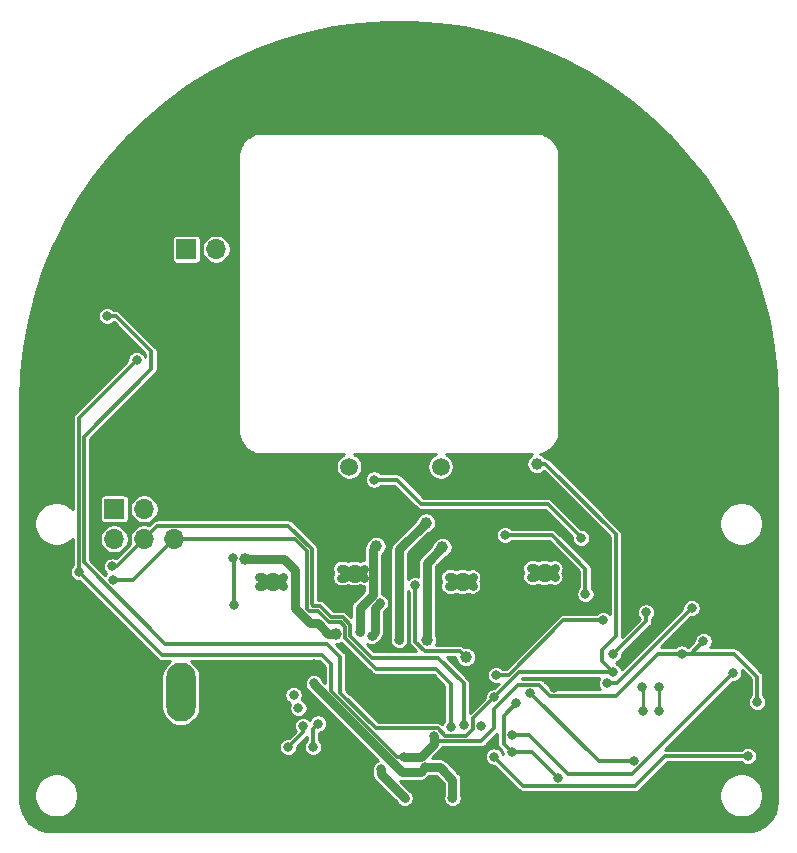
<source format=gbr>
%TF.GenerationSoftware,KiCad,Pcbnew,(5.1.6)-1*%
%TF.CreationDate,2020-09-22T17:38:13-04:00*%
%TF.ProjectId,wireless_charger,77697265-6c65-4737-935f-636861726765,rev?*%
%TF.SameCoordinates,Original*%
%TF.FileFunction,Copper,L3,Inr*%
%TF.FilePolarity,Positive*%
%FSLAX46Y46*%
G04 Gerber Fmt 4.6, Leading zero omitted, Abs format (unit mm)*
G04 Created by KiCad (PCBNEW (5.1.6)-1) date 2020-09-22 17:38:13*
%MOMM*%
%LPD*%
G01*
G04 APERTURE LIST*
%TA.AperFunction,ViaPad*%
%ADD10O,1.700000X1.700000*%
%TD*%
%TA.AperFunction,ViaPad*%
%ADD11R,1.700000X1.700000*%
%TD*%
%TA.AperFunction,ViaPad*%
%ADD12O,2.500000X5.000000*%
%TD*%
%TA.AperFunction,ViaPad*%
%ADD13O,2.250000X4.500000*%
%TD*%
%TA.AperFunction,ViaPad*%
%ADD14O,4.500000X2.250000*%
%TD*%
%TA.AperFunction,ViaPad*%
%ADD15C,1.500000*%
%TD*%
%TA.AperFunction,ViaPad*%
%ADD16C,0.800000*%
%TD*%
%TA.AperFunction,ViaPad*%
%ADD17C,0.500000*%
%TD*%
%TA.AperFunction,ViaPad*%
%ADD18C,1.000000*%
%TD*%
%TA.AperFunction,Conductor*%
%ADD19C,0.750000*%
%TD*%
%TA.AperFunction,Conductor*%
%ADD20C,0.300000*%
%TD*%
%TA.AperFunction,Conductor*%
%ADD21C,0.250000*%
%TD*%
%TA.AperFunction,Conductor*%
%ADD22C,0.254000*%
%TD*%
G04 APERTURE END LIST*
D10*
%TO.N,VIN*%
%TO.C,Fan_12V1*%
X120740000Y-59350000D03*
D11*
%TO.N,Net-(D3-Pad2)*%
X118200000Y-59350000D03*
%TD*%
D12*
%TO.N,VIN*%
%TO.C,J1*%
X117740000Y-96840000D03*
D13*
%TO.N,Earth*%
X111740000Y-96840000D03*
D14*
X114740000Y-101540000D03*
%TD*%
D15*
%TO.N,/coil1*%
%TO.C,LX1*%
X139750000Y-77750000D03*
%TD*%
%TO.N,/coil2*%
%TO.C,LX2*%
X132000000Y-77750000D03*
%TD*%
D10*
%TO.N,/SCL*%
%TO.C,J2*%
X117180000Y-83880000D03*
%TO.N,Earth*%
X117180000Y-81340000D03*
%TO.N,/SDA*%
X114640000Y-83880000D03*
%TO.N,+5V*%
X114640000Y-81340000D03*
%TO.N,Net-(J2-Pad2)*%
X112100000Y-83880000D03*
D11*
%TO.N,+5V*%
X112100000Y-81340000D03*
%TD*%
D16*
%TO.N,Earth*%
X111750000Y-105000000D03*
X113250000Y-105000000D03*
X111750000Y-106500000D03*
X113250000Y-106500000D03*
X158250000Y-74750000D03*
X159750000Y-74750000D03*
X158250000Y-76250000D03*
X159750000Y-76250000D03*
X158250000Y-61500000D03*
X159750000Y-61500000D03*
X158250000Y-63000000D03*
X159750000Y-63000000D03*
X144000000Y-45000000D03*
X145500000Y-45000000D03*
X144000000Y-46500000D03*
X145500000Y-46500000D03*
X127500000Y-45000000D03*
X129000000Y-45000000D03*
X127500000Y-46500000D03*
X129000000Y-46500000D03*
X112000000Y-61500000D03*
X113500000Y-61500000D03*
X112000000Y-63000000D03*
X113500000Y-63000000D03*
X135100000Y-86100000D03*
X148600000Y-90650000D03*
X148600000Y-89650000D03*
D17*
X135700000Y-99100000D03*
X136700000Y-99100000D03*
X137700000Y-99100000D03*
X134700000Y-96100000D03*
X135700000Y-96100000D03*
X136700000Y-96100000D03*
X137700000Y-96100000D03*
X137700000Y-96850000D03*
X136700000Y-96850000D03*
X135700000Y-96850000D03*
X134700000Y-96850000D03*
X134700000Y-97600000D03*
X135700000Y-97600000D03*
X136700000Y-97600000D03*
X137700000Y-97600000D03*
X137700000Y-98350000D03*
X136700000Y-98350000D03*
X135700000Y-98350000D03*
X134700000Y-98350000D03*
D16*
X149350000Y-79850000D03*
X136400000Y-80850000D03*
X131300000Y-102950000D03*
X149349083Y-96474434D03*
X129700000Y-88700000D03*
X129700000Y-87600000D03*
X129700000Y-86500000D03*
X129700000Y-85400000D03*
X145600000Y-89650000D03*
X145600000Y-90650000D03*
X146600000Y-90650000D03*
X146600000Y-89650000D03*
X147600000Y-89650000D03*
X147600000Y-90650000D03*
D17*
X134725000Y-99125000D03*
D16*
X152950000Y-87100000D03*
X156450000Y-87100000D03*
X160200000Y-88600000D03*
X157950000Y-86600000D03*
X127000008Y-94900000D03*
X129050000Y-94475000D03*
X128965000Y-102585000D03*
X159250000Y-104750000D03*
X160750000Y-104750000D03*
X159250000Y-106250000D03*
X160750000Y-106250000D03*
D17*
%TO.N,Net-(C1-Pad2)*%
X140450000Y-87100000D03*
X140450000Y-87850000D03*
X142450000Y-87850000D03*
X142450000Y-87100000D03*
X141450000Y-87850000D03*
X141450000Y-87100000D03*
%TO.N,Net-(C29-Pad2)*%
X124400000Y-87100000D03*
X124400000Y-87850000D03*
X126400000Y-87850000D03*
X126400000Y-87100000D03*
X125400000Y-87850000D03*
X125400000Y-87100000D03*
D16*
%TO.N,VCC_5V*%
X138450006Y-103200002D03*
X129000000Y-96100000D03*
X140749986Y-105799986D03*
%TO.N,Net-(C7-Pad2)*%
X128100000Y-99700000D03*
X126850007Y-101499993D03*
%TO.N,Net-(C9-Pad2)*%
X128950000Y-101500000D03*
X129365373Y-99515373D03*
D17*
%TO.N,Net-(C10-Pad2)*%
X131300000Y-86400000D03*
X131300000Y-87150000D03*
X133300000Y-87150000D03*
X133300000Y-86400000D03*
X132300000Y-87150000D03*
X132300000Y-86400000D03*
D16*
X132900000Y-91799990D03*
D18*
X134300000Y-84500000D03*
D16*
%TO.N,LDO33*%
X139175065Y-100600000D03*
X160150000Y-93580000D03*
X109115000Y-86685000D03*
X162000000Y-92499998D03*
X166550008Y-97700008D03*
X136634082Y-102309372D03*
X114000000Y-68750000D03*
%TO.N,VCOIL_OV*%
X149650000Y-104100000D03*
X145750000Y-101900000D03*
X146165015Y-97775003D03*
%TO.N,Net-(C39-Pad2)*%
X153850000Y-96100000D03*
X160999974Y-89749974D03*
%TO.N,Net-(D1-Pad1)*%
X122250000Y-89500000D03*
X122150010Y-85500000D03*
%TO.N,Net-(L1-Pad2)*%
X134679980Y-103400000D03*
X136700000Y-105800000D03*
D18*
%TO.N,Net-(Q1-Pad2)*%
X130900000Y-91900000D03*
X123173445Y-85556840D03*
%TO.N,Net-(Q2-Pad2)*%
X138600000Y-92475010D03*
X139900000Y-84600000D03*
D16*
%TO.N,Net-(Q4-Pad2)*%
X133902985Y-92100663D03*
X134600000Y-89299980D03*
%TO.N,Q_DRV1*%
X153500000Y-90750000D03*
X144442272Y-95400035D03*
D18*
%TO.N,Net-(Q6-Pad3)*%
X141875000Y-93875000D03*
D16*
X137600000Y-87800000D03*
%TO.N,Q_DRV2*%
X157150000Y-90100000D03*
X154350000Y-93650000D03*
%TO.N,OVP_CTL*%
X147350000Y-96900000D03*
X156122700Y-102672691D03*
%TO.N,Net-(R3-Pad1)*%
X144250000Y-102300000D03*
X165750000Y-102250000D03*
%TO.N,Net-(R4-Pad1)*%
X145750000Y-100475047D03*
X143200000Y-99700000D03*
X164500000Y-95250000D03*
%TO.N,Net-(R40-Pad2)*%
X158260928Y-98425021D03*
X158250000Y-96400000D03*
%TO.N,Net-(R43-Pad1)*%
X156850000Y-98425021D03*
X156800000Y-96400010D03*
%TO.N,Net-(U1-Pad42)*%
X127299996Y-97100000D03*
%TO.N,Net-(U1-Pad43)*%
X127700000Y-98200000D03*
%TO.N,Net-(Q5-Pad3)*%
X145200000Y-83550000D03*
X151999998Y-88550000D03*
D17*
%TO.N,/coil1*%
X147400000Y-86350000D03*
X147400000Y-87100000D03*
X149400000Y-87100000D03*
X149400000Y-86350000D03*
D16*
X136250000Y-92430000D03*
D18*
X138500000Y-82500000D03*
D17*
X148400000Y-87100000D03*
X148400000Y-86350000D03*
D16*
%TO.N,/coil2*%
X151650000Y-83800000D03*
X134100000Y-78850000D03*
%TO.N,/SDA*%
X141700000Y-99600000D03*
X111949647Y-86199984D03*
%TO.N,/SCL*%
X140600000Y-99800000D03*
X112004000Y-87324535D03*
%TO.N,/TS*%
X144250000Y-97300000D03*
X154350002Y-95150000D03*
X111500000Y-65000000D03*
D18*
X147875000Y-77500026D03*
%TD*%
D19*
%TO.N,Net-(C1-Pad2)*%
X140700000Y-87100000D02*
X141450000Y-87850000D01*
X140450000Y-87100000D02*
X140700000Y-87100000D01*
X141700000Y-87100000D02*
X142450000Y-87850000D01*
X141450000Y-87100000D02*
X141700000Y-87100000D01*
X140700000Y-87850000D02*
X141450000Y-87100000D01*
X140450000Y-87850000D02*
X140700000Y-87850000D01*
X141700000Y-87850000D02*
X142450000Y-87100000D01*
X141450000Y-87850000D02*
X141700000Y-87850000D01*
%TO.N,Net-(C29-Pad2)*%
X124650000Y-87100000D02*
X125400000Y-87850000D01*
X124400000Y-87100000D02*
X124650000Y-87100000D01*
X125650000Y-87100000D02*
X126400000Y-87850000D01*
X125400000Y-87100000D02*
X125650000Y-87100000D01*
X124650000Y-87850000D02*
X125400000Y-87100000D01*
X124400000Y-87850000D02*
X124650000Y-87850000D01*
X125650000Y-87850000D02*
X126400000Y-87100000D01*
X125400000Y-87850000D02*
X125650000Y-87850000D01*
%TO.N,VCC_5V*%
X129000000Y-96160227D02*
X129000000Y-96100000D01*
X136439774Y-103600001D02*
X129000000Y-96160227D01*
X138050007Y-103600001D02*
X136439774Y-103600001D01*
X138450006Y-103200002D02*
X138050007Y-103600001D01*
X140749986Y-104249986D02*
X140749986Y-105799986D01*
X138450006Y-103200002D02*
X139700002Y-103200002D01*
X139700002Y-103200002D02*
X140749986Y-104249986D01*
X140749986Y-105799986D02*
X140749986Y-105799986D01*
D20*
%TO.N,Net-(C7-Pad2)*%
X128100000Y-100250000D02*
X128100000Y-99700000D01*
X126850007Y-101499993D02*
X128100000Y-100250000D01*
%TO.N,Net-(C9-Pad2)*%
X128950000Y-101500000D02*
X128950000Y-99930746D01*
X128950000Y-99930746D02*
X129365373Y-99515373D01*
D19*
%TO.N,Net-(C10-Pad2)*%
X131550000Y-87150000D02*
X132300000Y-86400000D01*
X131300000Y-87150000D02*
X131550000Y-87150000D01*
X132550000Y-87150000D02*
X133300000Y-86400000D01*
X132300000Y-87150000D02*
X132550000Y-87150000D01*
X131550000Y-86400000D02*
X132300000Y-87150000D01*
X131300000Y-86400000D02*
X131550000Y-86400000D01*
X132550000Y-86400000D02*
X133300000Y-87150000D01*
X132300000Y-86400000D02*
X132550000Y-86400000D01*
X134000000Y-88600000D02*
X134000000Y-84800000D01*
X132900000Y-91799990D02*
X132900000Y-89700000D01*
X134000000Y-84800000D02*
X134300000Y-84500000D01*
X132900000Y-89700000D02*
X134000000Y-88600000D01*
D20*
%TO.N,LDO33*%
X148100646Y-96224999D02*
X149025082Y-97149435D01*
X139175065Y-100600000D02*
X139575064Y-100999999D01*
X149025082Y-97149435D02*
X154601565Y-97149435D01*
X139575064Y-100999999D02*
X143200001Y-100999999D01*
X158171000Y-93580000D02*
X160150000Y-93580000D01*
X146324003Y-96224999D02*
X148100646Y-96224999D01*
X144300000Y-99900000D02*
X144300000Y-98249002D01*
X154601565Y-97149435D02*
X158171000Y-93580000D01*
X143200001Y-100999999D02*
X144300000Y-99900000D01*
X144300000Y-98249002D02*
X146324003Y-96224999D01*
X160150000Y-93580000D02*
X160919998Y-93580000D01*
X160919998Y-93580000D02*
X162000000Y-92499998D01*
X166550008Y-95550008D02*
X166550008Y-97700008D01*
X164580000Y-93580000D02*
X166550008Y-95550008D01*
X160150000Y-93580000D02*
X164580000Y-93580000D01*
D19*
X139175065Y-101224935D02*
X139175065Y-100600000D01*
X136634082Y-102309372D02*
X138090628Y-102309372D01*
X138090628Y-102309372D02*
X139175065Y-101224935D01*
D20*
X136068397Y-102309372D02*
X136634082Y-102309372D01*
X116130998Y-93700998D02*
X129700998Y-93700998D01*
X109115000Y-86685000D02*
X116130998Y-93700998D01*
X129700998Y-93700998D02*
X130500000Y-94500000D01*
X130500000Y-96740975D02*
X136068397Y-102309372D01*
X130500000Y-94500000D02*
X130500000Y-96740975D01*
X109115000Y-86685000D02*
X109115000Y-73635000D01*
X109115000Y-73635000D02*
X114000000Y-68750000D01*
%TO.N,VCOIL_OV*%
X147450000Y-101900000D02*
X145750000Y-101900000D01*
X149650000Y-104100000D02*
X147450000Y-101900000D01*
X145074998Y-98865020D02*
X146165015Y-97775003D01*
X145750000Y-101900000D02*
X145074998Y-101224998D01*
X145074998Y-101224998D02*
X145074998Y-98865020D01*
%TO.N,Net-(C39-Pad2)*%
X154649948Y-96100000D02*
X160999974Y-89749974D01*
X153850000Y-96100000D02*
X154649948Y-96100000D01*
%TO.N,Net-(D1-Pad1)*%
X122250000Y-89500000D02*
X122250000Y-85599990D01*
X122250000Y-85599990D02*
X122150010Y-85500000D01*
D19*
%TO.N,Net-(L1-Pad2)*%
X134679980Y-103779980D02*
X136700000Y-105800000D01*
X134679980Y-103400000D02*
X134679980Y-103779980D01*
%TO.N,Net-(Q1-Pad2)*%
X123216605Y-85600000D02*
X123173445Y-85556840D01*
X130223711Y-91900000D02*
X129348691Y-91024980D01*
X129348691Y-91024980D02*
X128724980Y-91024980D01*
X126500000Y-85600000D02*
X123216605Y-85600000D01*
X127400000Y-86500000D02*
X126500000Y-85600000D01*
X128724980Y-91024980D02*
X127400000Y-89700000D01*
X130900000Y-91900000D02*
X130223711Y-91900000D01*
X127400000Y-89700000D02*
X127400000Y-86500000D01*
%TO.N,Net-(Q2-Pad2)*%
X138600000Y-92475010D02*
X138600000Y-85900000D01*
X138600000Y-85900000D02*
X139900000Y-84600000D01*
%TO.N,Net-(Q4-Pad2)*%
X134204984Y-91798664D02*
X133902985Y-92100663D01*
X134600000Y-89300000D02*
X134204984Y-89695016D01*
X134204984Y-89695016D02*
X134204984Y-91798664D01*
D20*
%TO.N,Q_DRV1*%
X150150000Y-90750000D02*
X153500000Y-90750000D01*
X145499965Y-95400035D02*
X150150000Y-90750000D01*
X144442272Y-95400035D02*
X145499965Y-95400035D01*
%TO.N,Net-(Q6-Pad3)*%
X138402989Y-93375001D02*
X137600000Y-92572012D01*
X137600000Y-92572012D02*
X137600000Y-87800000D01*
X141875000Y-93875000D02*
X141375001Y-93375001D01*
X141375001Y-93375001D02*
X138402989Y-93375001D01*
%TO.N,Q_DRV2*%
X157150000Y-90100000D02*
X157150000Y-90850000D01*
X157150000Y-90850000D02*
X154350000Y-93650000D01*
%TO.N,OVP_CTL*%
X147350000Y-96900000D02*
X153122691Y-102672691D01*
X153122691Y-102672691D02*
X156122700Y-102672691D01*
%TO.N,Net-(R3-Pad1)*%
X144250000Y-102300000D02*
X146725001Y-104775001D01*
X146725001Y-104775001D02*
X156224999Y-104775001D01*
X156224999Y-104775001D02*
X158750000Y-102250000D01*
X158750000Y-102250000D02*
X165750000Y-102250000D01*
%TO.N,Net-(R4-Pad1)*%
X147190719Y-100475047D02*
X150490673Y-103775001D01*
X150490673Y-103775001D02*
X155974999Y-103775001D01*
X145750000Y-100475047D02*
X147190719Y-100475047D01*
X155974999Y-103775001D02*
X164500000Y-95250000D01*
D21*
%TO.N,Net-(R40-Pad2)*%
X158260928Y-96410928D02*
X158250000Y-96400000D01*
X158260928Y-98425021D02*
X158260928Y-96410928D01*
%TO.N,Net-(R43-Pad1)*%
X156850000Y-98425021D02*
X156850000Y-96450010D01*
X156850000Y-96450010D02*
X156800000Y-96400010D01*
D20*
%TO.N,Net-(Q5-Pad3)*%
X151999998Y-88550000D02*
X151999998Y-86399998D01*
X149150000Y-83550000D02*
X145200000Y-83550000D01*
X151999998Y-86399998D02*
X149150000Y-83550000D01*
D19*
%TO.N,/coil1*%
X136250000Y-84750000D02*
X138500000Y-82500000D01*
X136250000Y-92430000D02*
X136250000Y-84750000D01*
X147650000Y-87100000D02*
X148400000Y-86350000D01*
X147400000Y-87100000D02*
X147650000Y-87100000D01*
X148650000Y-87100000D02*
X149400000Y-86350000D01*
X148400000Y-87100000D02*
X148650000Y-87100000D01*
X147650000Y-86350000D02*
X148400000Y-87100000D01*
X147400000Y-86350000D02*
X147650000Y-86350000D01*
X148650000Y-86350000D02*
X149400000Y-87100000D01*
X148400000Y-86350000D02*
X148650000Y-86350000D01*
D20*
%TO.N,/coil2*%
X136050000Y-78850000D02*
X134100000Y-78850000D01*
X138124999Y-80924999D02*
X136050000Y-78850000D01*
X148824999Y-80924999D02*
X138124999Y-80924999D01*
X151650000Y-83800000D02*
X151650000Y-83750000D01*
X151650000Y-83750000D02*
X148824999Y-80924999D01*
%TO.N,/SDA*%
X114640000Y-83880000D02*
X112320016Y-86199984D01*
X112320016Y-86199984D02*
X111949647Y-86199984D01*
X128974992Y-89574992D02*
X128825010Y-89425010D01*
X128825010Y-89425010D02*
X128825010Y-84723956D01*
X132100012Y-91151954D02*
X131448046Y-90499988D01*
X130501042Y-90499988D02*
X129576046Y-89574992D01*
X126856053Y-82754999D02*
X115765001Y-82754999D01*
X141700000Y-99600000D02*
X141700000Y-96100000D01*
X129576046Y-89574992D02*
X128974992Y-89574992D01*
X131448046Y-90499988D02*
X130501042Y-90499988D01*
X139525010Y-93925010D02*
X133926066Y-93925010D01*
X133926066Y-93925010D02*
X132100012Y-92098956D01*
X141700000Y-96100000D02*
X139525010Y-93925010D01*
X132100012Y-92098956D02*
X132100012Y-91151954D01*
X128825010Y-84723956D02*
X126856053Y-82754999D01*
X115765001Y-82754999D02*
X114640000Y-83880000D01*
%TO.N,/SCL*%
X117180000Y-83880000D02*
X113735465Y-87324535D01*
X113735465Y-87324535D02*
X112004000Y-87324535D01*
X134300000Y-94900000D02*
X139376044Y-94900000D01*
X130324999Y-90924999D02*
X131272001Y-90924999D01*
X131272001Y-90924999D02*
X131675001Y-91327999D01*
X129400000Y-90000000D02*
X130324999Y-90924999D01*
X128400000Y-84900000D02*
X128400000Y-89780746D01*
X127380000Y-83880000D02*
X128400000Y-84900000D01*
X128619254Y-90000000D02*
X129400000Y-90000000D01*
X131675001Y-91327999D02*
X131675001Y-92275001D01*
X117180000Y-83880000D02*
X127380000Y-83880000D01*
X131675001Y-92275001D02*
X134300000Y-94900000D01*
X128400000Y-89780746D02*
X128619254Y-90000000D01*
X139376044Y-94900000D02*
X140600000Y-96123956D01*
X140600000Y-96123956D02*
X140600000Y-99800000D01*
%TO.N,/TS*%
X146400000Y-95150000D02*
X154350002Y-95150000D01*
X144250000Y-97300000D02*
X146400000Y-95150000D01*
X112250000Y-65000000D02*
X111500000Y-65000000D01*
X115250000Y-68000000D02*
X112250000Y-65000000D01*
X109540010Y-75208992D02*
X115250000Y-69499002D01*
X115250000Y-69499002D02*
X115250000Y-68000000D01*
X109540010Y-85859547D02*
X109540010Y-75208992D01*
X142524999Y-99025001D02*
X142524999Y-99975001D01*
X141925011Y-100574989D02*
X140149056Y-100574989D01*
X140149056Y-100574989D02*
X139499066Y-99924999D01*
X131250000Y-96889921D02*
X131250000Y-93849944D01*
X142524999Y-99975001D02*
X141925011Y-100574989D01*
X134285078Y-99924999D02*
X131250000Y-96889921D01*
X144250000Y-97300000D02*
X142524999Y-99025001D01*
X131250000Y-93849944D02*
X130150056Y-92750000D01*
X116430463Y-92750000D02*
X109540010Y-85859547D01*
X139499066Y-99924999D02*
X134285078Y-99924999D01*
X130150056Y-92750000D02*
X116430463Y-92750000D01*
X154577307Y-83495227D02*
X148582106Y-77500026D01*
X148582106Y-77500026D02*
X147875000Y-77500026D01*
X154577307Y-92122693D02*
X154577307Y-83495227D01*
X154350002Y-95150000D02*
X153450000Y-94250000D01*
X153450000Y-94250000D02*
X153450000Y-93250000D01*
X153450000Y-93250000D02*
X154577307Y-92122693D01*
%TD*%
D22*
%TO.N,Earth*%
G36*
X139547281Y-40252714D02*
G01*
X141760691Y-40563789D01*
X143946988Y-41028500D01*
X146095566Y-41644595D01*
X148195919Y-42409062D01*
X150237827Y-43318177D01*
X152211351Y-44367518D01*
X154106873Y-45551972D01*
X155915143Y-46865757D01*
X157627377Y-48302491D01*
X159235212Y-49855159D01*
X160730814Y-51516195D01*
X162106917Y-53277525D01*
X163356799Y-55130552D01*
X164474372Y-57066245D01*
X165454200Y-59075191D01*
X166291504Y-61147590D01*
X166982204Y-63273345D01*
X167522937Y-65442109D01*
X167911066Y-67643295D01*
X168144705Y-69866216D01*
X168223001Y-72108342D01*
X168222999Y-106076685D01*
X168172706Y-106589603D01*
X168030515Y-107060566D01*
X167799554Y-107494942D01*
X167488625Y-107876178D01*
X167109566Y-108189764D01*
X166676816Y-108423750D01*
X166206858Y-108569227D01*
X165695251Y-108622999D01*
X106723335Y-108623001D01*
X106210396Y-108572706D01*
X105739433Y-108430515D01*
X105305057Y-108199554D01*
X104923821Y-107888625D01*
X104610235Y-107509566D01*
X104376249Y-107076816D01*
X104230772Y-106606858D01*
X104177000Y-106095251D01*
X104177000Y-105416512D01*
X105337014Y-105416512D01*
X105337014Y-105783488D01*
X105408608Y-106143413D01*
X105549043Y-106482455D01*
X105752924Y-106787584D01*
X106012416Y-107047076D01*
X106317545Y-107250957D01*
X106656587Y-107391392D01*
X107016512Y-107462986D01*
X107383488Y-107462986D01*
X107743413Y-107391392D01*
X108082455Y-107250957D01*
X108387584Y-107047076D01*
X108647076Y-106787584D01*
X108850957Y-106482455D01*
X108991392Y-106143413D01*
X109062986Y-105783488D01*
X109062986Y-105416512D01*
X108991392Y-105056587D01*
X108850957Y-104717545D01*
X108647076Y-104412416D01*
X108387584Y-104152924D01*
X108082455Y-103949043D01*
X107743413Y-103808608D01*
X107383488Y-103737014D01*
X107016512Y-103737014D01*
X106656587Y-103808608D01*
X106317545Y-103949043D01*
X106012416Y-104152924D01*
X105752924Y-104412416D01*
X105549043Y-104717545D01*
X105408608Y-105056587D01*
X105337014Y-105416512D01*
X104177000Y-105416512D01*
X104177000Y-101423465D01*
X126073007Y-101423465D01*
X126073007Y-101576521D01*
X126102866Y-101726636D01*
X126161438Y-101868041D01*
X126246471Y-101995302D01*
X126354698Y-102103529D01*
X126481959Y-102188562D01*
X126623364Y-102247134D01*
X126773479Y-102276993D01*
X126926535Y-102276993D01*
X127076650Y-102247134D01*
X127218055Y-102188562D01*
X127345316Y-102103529D01*
X127453543Y-101995302D01*
X127538576Y-101868041D01*
X127597148Y-101726636D01*
X127627007Y-101576521D01*
X127627007Y-101468282D01*
X128423001Y-100672289D01*
X128423000Y-100928155D01*
X128346464Y-101004691D01*
X128261431Y-101131952D01*
X128202859Y-101273357D01*
X128173000Y-101423472D01*
X128173000Y-101576528D01*
X128202859Y-101726643D01*
X128261431Y-101868048D01*
X128346464Y-101995309D01*
X128454691Y-102103536D01*
X128581952Y-102188569D01*
X128723357Y-102247141D01*
X128873472Y-102277000D01*
X129026528Y-102277000D01*
X129176643Y-102247141D01*
X129318048Y-102188569D01*
X129445309Y-102103536D01*
X129553536Y-101995309D01*
X129638569Y-101868048D01*
X129697141Y-101726643D01*
X129727000Y-101576528D01*
X129727000Y-101423472D01*
X129697141Y-101273357D01*
X129638569Y-101131952D01*
X129553536Y-101004691D01*
X129477000Y-100928155D01*
X129477000Y-100285392D01*
X129592016Y-100262514D01*
X129733421Y-100203942D01*
X129860682Y-100118909D01*
X129968909Y-100010682D01*
X130053942Y-99883421D01*
X130112514Y-99742016D01*
X130142373Y-99591901D01*
X130142373Y-99438845D01*
X130112514Y-99288730D01*
X130053942Y-99147325D01*
X129968909Y-99020064D01*
X129860682Y-98911837D01*
X129733421Y-98826804D01*
X129592016Y-98768232D01*
X129441901Y-98738373D01*
X129288845Y-98738373D01*
X129138730Y-98768232D01*
X128997325Y-98826804D01*
X128870064Y-98911837D01*
X128761837Y-99020064D01*
X128676804Y-99147325D01*
X128667831Y-99168986D01*
X128595309Y-99096464D01*
X128468048Y-99011431D01*
X128326643Y-98952859D01*
X128176528Y-98923000D01*
X128023472Y-98923000D01*
X127949313Y-98937751D01*
X128068048Y-98888569D01*
X128195309Y-98803536D01*
X128303536Y-98695309D01*
X128388569Y-98568048D01*
X128447141Y-98426643D01*
X128477000Y-98276528D01*
X128477000Y-98123472D01*
X128447141Y-97973357D01*
X128388569Y-97831952D01*
X128303536Y-97704691D01*
X128195309Y-97596464D01*
X128068048Y-97511431D01*
X127983091Y-97476241D01*
X127988565Y-97468048D01*
X128047137Y-97326643D01*
X128076996Y-97176528D01*
X128076996Y-97023472D01*
X128047137Y-96873357D01*
X127988565Y-96731952D01*
X127903532Y-96604691D01*
X127795305Y-96496464D01*
X127668044Y-96411431D01*
X127526639Y-96352859D01*
X127376524Y-96323000D01*
X127223468Y-96323000D01*
X127073353Y-96352859D01*
X126931948Y-96411431D01*
X126804687Y-96496464D01*
X126696460Y-96604691D01*
X126611427Y-96731952D01*
X126552855Y-96873357D01*
X126522996Y-97023472D01*
X126522996Y-97176528D01*
X126552855Y-97326643D01*
X126611427Y-97468048D01*
X126696460Y-97595309D01*
X126804687Y-97703536D01*
X126931948Y-97788569D01*
X127016905Y-97823759D01*
X127011431Y-97831952D01*
X126952859Y-97973357D01*
X126923000Y-98123472D01*
X126923000Y-98276528D01*
X126952859Y-98426643D01*
X127011431Y-98568048D01*
X127096464Y-98695309D01*
X127204691Y-98803536D01*
X127331952Y-98888569D01*
X127473357Y-98947141D01*
X127623472Y-98977000D01*
X127776528Y-98977000D01*
X127850687Y-98962249D01*
X127731952Y-99011431D01*
X127604691Y-99096464D01*
X127496464Y-99204691D01*
X127411431Y-99331952D01*
X127352859Y-99473357D01*
X127323000Y-99623472D01*
X127323000Y-99776528D01*
X127352859Y-99926643D01*
X127411431Y-100068048D01*
X127461592Y-100143119D01*
X126881718Y-100722993D01*
X126773479Y-100722993D01*
X126623364Y-100752852D01*
X126481959Y-100811424D01*
X126354698Y-100896457D01*
X126246471Y-101004684D01*
X126161438Y-101131945D01*
X126102866Y-101273350D01*
X126073007Y-101423465D01*
X104177000Y-101423465D01*
X104177000Y-82416511D01*
X105337014Y-82416511D01*
X105337014Y-82783487D01*
X105408608Y-83143412D01*
X105549043Y-83482454D01*
X105752924Y-83787583D01*
X106012416Y-84047075D01*
X106317545Y-84250956D01*
X106656587Y-84391391D01*
X107016512Y-84462985D01*
X107383488Y-84462985D01*
X107743413Y-84391391D01*
X108082455Y-84250956D01*
X108387584Y-84047075D01*
X108588000Y-83846659D01*
X108588000Y-86113155D01*
X108511464Y-86189691D01*
X108426431Y-86316952D01*
X108367859Y-86458357D01*
X108338000Y-86608472D01*
X108338000Y-86761528D01*
X108367859Y-86911643D01*
X108426431Y-87053048D01*
X108511464Y-87180309D01*
X108619691Y-87288536D01*
X108746952Y-87373569D01*
X108888357Y-87432141D01*
X109038472Y-87462000D01*
X109146711Y-87462000D01*
X115740051Y-94055342D01*
X115756550Y-94075446D01*
X115836796Y-94141302D01*
X115928348Y-94190237D01*
X115979642Y-94205797D01*
X116027688Y-94220372D01*
X116130998Y-94230547D01*
X116156879Y-94227998D01*
X116836684Y-94227998D01*
X116831715Y-94230654D01*
X116583972Y-94433971D01*
X116380655Y-94681714D01*
X116229576Y-94964362D01*
X116136543Y-95271052D01*
X116113001Y-95510075D01*
X116113000Y-98169924D01*
X116136542Y-98408947D01*
X116229575Y-98715637D01*
X116380654Y-98998285D01*
X116583971Y-99246029D01*
X116831714Y-99449346D01*
X117114362Y-99600425D01*
X117421052Y-99693458D01*
X117740000Y-99724872D01*
X118058947Y-99693458D01*
X118365637Y-99600425D01*
X118648285Y-99449346D01*
X118896029Y-99246029D01*
X119099346Y-98998286D01*
X119250425Y-98715638D01*
X119343458Y-98408948D01*
X119367000Y-98169925D01*
X119367000Y-95510075D01*
X119343458Y-95271052D01*
X119250425Y-94964362D01*
X119099346Y-94681714D01*
X118896029Y-94433971D01*
X118648286Y-94230654D01*
X118643317Y-94227998D01*
X129482709Y-94227998D01*
X129973000Y-94718290D01*
X129973001Y-96069740D01*
X129726298Y-95823036D01*
X129688569Y-95731952D01*
X129603536Y-95604691D01*
X129495309Y-95496464D01*
X129368048Y-95411431D01*
X129226643Y-95352859D01*
X129076528Y-95323000D01*
X128923472Y-95323000D01*
X128773357Y-95352859D01*
X128631952Y-95411431D01*
X128504691Y-95496464D01*
X128396464Y-95604691D01*
X128311431Y-95731952D01*
X128252859Y-95873357D01*
X128223000Y-96023472D01*
X128223000Y-96176528D01*
X128252859Y-96326643D01*
X128296894Y-96432952D01*
X128301882Y-96449396D01*
X128309983Y-96464552D01*
X128311431Y-96468048D01*
X128313533Y-96471194D01*
X128371710Y-96580037D01*
X128403993Y-96619374D01*
X128465683Y-96694544D01*
X128494379Y-96718094D01*
X134436229Y-102659945D01*
X134311932Y-102711431D01*
X134184671Y-102796464D01*
X134076444Y-102904691D01*
X133991411Y-103031952D01*
X133932839Y-103173357D01*
X133902980Y-103323472D01*
X133902980Y-103476528D01*
X133927980Y-103602215D01*
X133927980Y-103743045D01*
X133924342Y-103779980D01*
X133927980Y-103816915D01*
X133927980Y-103816918D01*
X133938861Y-103927398D01*
X133981862Y-104069150D01*
X134051690Y-104199790D01*
X134145663Y-104314297D01*
X134174358Y-104337846D01*
X136025267Y-106188755D01*
X136096464Y-106295309D01*
X136204691Y-106403536D01*
X136331952Y-106488569D01*
X136473357Y-106547141D01*
X136623472Y-106577000D01*
X136776528Y-106577000D01*
X136926643Y-106547141D01*
X137068048Y-106488569D01*
X137195309Y-106403536D01*
X137303536Y-106295309D01*
X137388569Y-106168048D01*
X137447141Y-106026643D01*
X137477000Y-105876528D01*
X137477000Y-105723472D01*
X137447141Y-105573357D01*
X137388569Y-105431952D01*
X137303536Y-105304691D01*
X137195309Y-105196464D01*
X137088755Y-105125267D01*
X136305947Y-104342459D01*
X136402836Y-104352001D01*
X136402838Y-104352001D01*
X136439773Y-104355639D01*
X136476709Y-104352001D01*
X138013072Y-104352001D01*
X138050007Y-104355639D01*
X138086942Y-104352001D01*
X138086945Y-104352001D01*
X138197425Y-104341120D01*
X138339177Y-104298119D01*
X138469817Y-104228291D01*
X138584324Y-104134318D01*
X138607874Y-104105622D01*
X138761494Y-103952002D01*
X139388514Y-103952002D01*
X139997986Y-104561474D01*
X139997987Y-105597767D01*
X139972986Y-105723458D01*
X139972986Y-105876514D01*
X140002845Y-106026629D01*
X140061417Y-106168034D01*
X140146450Y-106295295D01*
X140254677Y-106403522D01*
X140381938Y-106488555D01*
X140523343Y-106547127D01*
X140673458Y-106576986D01*
X140826514Y-106576986D01*
X140976629Y-106547127D01*
X141118034Y-106488555D01*
X141245295Y-106403522D01*
X141353522Y-106295295D01*
X141438555Y-106168034D01*
X141497127Y-106026629D01*
X141526986Y-105876514D01*
X141526986Y-105723458D01*
X141501986Y-105597771D01*
X141501986Y-105416512D01*
X163337014Y-105416512D01*
X163337014Y-105783488D01*
X163408608Y-106143413D01*
X163549043Y-106482455D01*
X163752924Y-106787584D01*
X164012416Y-107047076D01*
X164317545Y-107250957D01*
X164656587Y-107391392D01*
X165016512Y-107462986D01*
X165383488Y-107462986D01*
X165743413Y-107391392D01*
X166082455Y-107250957D01*
X166387584Y-107047076D01*
X166647076Y-106787584D01*
X166850957Y-106482455D01*
X166991392Y-106143413D01*
X167062986Y-105783488D01*
X167062986Y-105416512D01*
X166991392Y-105056587D01*
X166850957Y-104717545D01*
X166647076Y-104412416D01*
X166387584Y-104152924D01*
X166082455Y-103949043D01*
X165743413Y-103808608D01*
X165383488Y-103737014D01*
X165016512Y-103737014D01*
X164656587Y-103808608D01*
X164317545Y-103949043D01*
X164012416Y-104152924D01*
X163752924Y-104412416D01*
X163549043Y-104717545D01*
X163408608Y-105056587D01*
X163337014Y-105416512D01*
X141501986Y-105416512D01*
X141501986Y-104286921D01*
X141505624Y-104249986D01*
X141500680Y-104199790D01*
X141491105Y-104102568D01*
X141448104Y-103960816D01*
X141378276Y-103830176D01*
X141284303Y-103715669D01*
X141255608Y-103692120D01*
X140257869Y-102694381D01*
X140234319Y-102665685D01*
X140119812Y-102571712D01*
X139989172Y-102501884D01*
X139847420Y-102458883D01*
X139736940Y-102448002D01*
X139736937Y-102448002D01*
X139700002Y-102444364D01*
X139663067Y-102448002D01*
X139015486Y-102448002D01*
X139680687Y-101782801D01*
X139709382Y-101759252D01*
X139803355Y-101644745D01*
X139866291Y-101526999D01*
X143174120Y-101526999D01*
X143200001Y-101529548D01*
X143225882Y-101526999D01*
X143303311Y-101519373D01*
X143402651Y-101489238D01*
X143494203Y-101440303D01*
X143574449Y-101374447D01*
X143590956Y-101354333D01*
X144547998Y-100397292D01*
X144547998Y-101199117D01*
X144545449Y-101224998D01*
X144547998Y-101250878D01*
X144555624Y-101328307D01*
X144585759Y-101427647D01*
X144634694Y-101519200D01*
X144700550Y-101599446D01*
X144720664Y-101615953D01*
X144973000Y-101868289D01*
X144973000Y-101976528D01*
X144987751Y-102050687D01*
X144938569Y-101931952D01*
X144853536Y-101804691D01*
X144745309Y-101696464D01*
X144618048Y-101611431D01*
X144476643Y-101552859D01*
X144326528Y-101523000D01*
X144173472Y-101523000D01*
X144023357Y-101552859D01*
X143881952Y-101611431D01*
X143754691Y-101696464D01*
X143646464Y-101804691D01*
X143561431Y-101931952D01*
X143502859Y-102073357D01*
X143473000Y-102223472D01*
X143473000Y-102376528D01*
X143502859Y-102526643D01*
X143561431Y-102668048D01*
X143646464Y-102795309D01*
X143754691Y-102903536D01*
X143881952Y-102988569D01*
X144023357Y-103047141D01*
X144173472Y-103077000D01*
X144281711Y-103077000D01*
X146334050Y-105129340D01*
X146350553Y-105149449D01*
X146430799Y-105215305D01*
X146522351Y-105264240D01*
X146621691Y-105294375D01*
X146725001Y-105304550D01*
X146750882Y-105302001D01*
X156199118Y-105302001D01*
X156224999Y-105304550D01*
X156250880Y-105302001D01*
X156328309Y-105294375D01*
X156427649Y-105264240D01*
X156519201Y-105215305D01*
X156599447Y-105149449D01*
X156615954Y-105129335D01*
X158968291Y-102777000D01*
X165178155Y-102777000D01*
X165254691Y-102853536D01*
X165381952Y-102938569D01*
X165523357Y-102997141D01*
X165673472Y-103027000D01*
X165826528Y-103027000D01*
X165976643Y-102997141D01*
X166118048Y-102938569D01*
X166245309Y-102853536D01*
X166353536Y-102745309D01*
X166438569Y-102618048D01*
X166497141Y-102476643D01*
X166527000Y-102326528D01*
X166527000Y-102173472D01*
X166497141Y-102023357D01*
X166438569Y-101881952D01*
X166353536Y-101754691D01*
X166245309Y-101646464D01*
X166118048Y-101561431D01*
X165976643Y-101502859D01*
X165826528Y-101473000D01*
X165673472Y-101473000D01*
X165523357Y-101502859D01*
X165381952Y-101561431D01*
X165254691Y-101646464D01*
X165178155Y-101723000D01*
X158775881Y-101723000D01*
X158772611Y-101722678D01*
X164468290Y-96027000D01*
X164576528Y-96027000D01*
X164726643Y-95997141D01*
X164868048Y-95938569D01*
X164995309Y-95853536D01*
X165103536Y-95745309D01*
X165188569Y-95618048D01*
X165247141Y-95476643D01*
X165277000Y-95326528D01*
X165277000Y-95173472D01*
X165247141Y-95023357D01*
X165225273Y-94970562D01*
X166023008Y-95768298D01*
X166023009Y-97128162D01*
X165946472Y-97204699D01*
X165861439Y-97331960D01*
X165802867Y-97473365D01*
X165773008Y-97623480D01*
X165773008Y-97776536D01*
X165802867Y-97926651D01*
X165861439Y-98068056D01*
X165946472Y-98195317D01*
X166054699Y-98303544D01*
X166181960Y-98388577D01*
X166323365Y-98447149D01*
X166473480Y-98477008D01*
X166626536Y-98477008D01*
X166776651Y-98447149D01*
X166918056Y-98388577D01*
X167045317Y-98303544D01*
X167153544Y-98195317D01*
X167238577Y-98068056D01*
X167297149Y-97926651D01*
X167327008Y-97776536D01*
X167327008Y-97623480D01*
X167297149Y-97473365D01*
X167238577Y-97331960D01*
X167153544Y-97204699D01*
X167077008Y-97128163D01*
X167077008Y-95575888D01*
X167079557Y-95550007D01*
X167069382Y-95446698D01*
X167039247Y-95347358D01*
X166990312Y-95255806D01*
X166966284Y-95226528D01*
X166924456Y-95175560D01*
X166904347Y-95159057D01*
X164970955Y-93225666D01*
X164954448Y-93205552D01*
X164874202Y-93139696D01*
X164782650Y-93090761D01*
X164683310Y-93060626D01*
X164605881Y-93053000D01*
X164580000Y-93050451D01*
X164554119Y-93053000D01*
X162545843Y-93053000D01*
X162603536Y-92995307D01*
X162688569Y-92868046D01*
X162747141Y-92726641D01*
X162777000Y-92576526D01*
X162777000Y-92423470D01*
X162747141Y-92273355D01*
X162688569Y-92131950D01*
X162603536Y-92004689D01*
X162495309Y-91896462D01*
X162368048Y-91811429D01*
X162226643Y-91752857D01*
X162076528Y-91722998D01*
X161923472Y-91722998D01*
X161773357Y-91752857D01*
X161631952Y-91811429D01*
X161504691Y-91896462D01*
X161396464Y-92004689D01*
X161311431Y-92131950D01*
X161252859Y-92273355D01*
X161223000Y-92423470D01*
X161223000Y-92531708D01*
X160711777Y-93042932D01*
X160645309Y-92976464D01*
X160518048Y-92891431D01*
X160376643Y-92832859D01*
X160226528Y-92803000D01*
X160073472Y-92803000D01*
X159923357Y-92832859D01*
X159781952Y-92891431D01*
X159654691Y-92976464D01*
X159578155Y-93053000D01*
X158442238Y-93053000D01*
X160968264Y-90526974D01*
X161076502Y-90526974D01*
X161226617Y-90497115D01*
X161368022Y-90438543D01*
X161495283Y-90353510D01*
X161603510Y-90245283D01*
X161688543Y-90118022D01*
X161747115Y-89976617D01*
X161776974Y-89826502D01*
X161776974Y-89673446D01*
X161747115Y-89523331D01*
X161688543Y-89381926D01*
X161603510Y-89254665D01*
X161495283Y-89146438D01*
X161368022Y-89061405D01*
X161226617Y-89002833D01*
X161076502Y-88972974D01*
X160923446Y-88972974D01*
X160773331Y-89002833D01*
X160631926Y-89061405D01*
X160504665Y-89146438D01*
X160396438Y-89254665D01*
X160311405Y-89381926D01*
X160252833Y-89523331D01*
X160222974Y-89673446D01*
X160222974Y-89781684D01*
X155092503Y-94912156D01*
X155038571Y-94781952D01*
X154953538Y-94654691D01*
X154845311Y-94546464D01*
X154718050Y-94461431D01*
X154576645Y-94402859D01*
X154562270Y-94400000D01*
X154576643Y-94397141D01*
X154718048Y-94338569D01*
X154845309Y-94253536D01*
X154953536Y-94145309D01*
X155038569Y-94018048D01*
X155097141Y-93876643D01*
X155127000Y-93726528D01*
X155127000Y-93618289D01*
X157504339Y-91240951D01*
X157524448Y-91224448D01*
X157590304Y-91144202D01*
X157639239Y-91052650D01*
X157669374Y-90953310D01*
X157677000Y-90875881D01*
X157679549Y-90850000D01*
X157677000Y-90824119D01*
X157677000Y-90671845D01*
X157753536Y-90595309D01*
X157838569Y-90468048D01*
X157897141Y-90326643D01*
X157927000Y-90176528D01*
X157927000Y-90023472D01*
X157897141Y-89873357D01*
X157838569Y-89731952D01*
X157753536Y-89604691D01*
X157645309Y-89496464D01*
X157518048Y-89411431D01*
X157376643Y-89352859D01*
X157226528Y-89323000D01*
X157073472Y-89323000D01*
X156923357Y-89352859D01*
X156781952Y-89411431D01*
X156654691Y-89496464D01*
X156546464Y-89604691D01*
X156461431Y-89731952D01*
X156402859Y-89873357D01*
X156373000Y-90023472D01*
X156373000Y-90176528D01*
X156402859Y-90326643D01*
X156461431Y-90468048D01*
X156546464Y-90595309D01*
X156602933Y-90651778D01*
X155104107Y-92150603D01*
X155104307Y-92148574D01*
X155104307Y-92148573D01*
X155106856Y-92122693D01*
X155104307Y-92096812D01*
X155104307Y-83521108D01*
X155106856Y-83495227D01*
X155096681Y-83391917D01*
X155083162Y-83347351D01*
X155066546Y-83292577D01*
X155017611Y-83201025D01*
X154951755Y-83120779D01*
X154931652Y-83104281D01*
X154243882Y-82416511D01*
X163337014Y-82416511D01*
X163337014Y-82783487D01*
X163408608Y-83143412D01*
X163549043Y-83482454D01*
X163752924Y-83787583D01*
X164012416Y-84047075D01*
X164317545Y-84250956D01*
X164656587Y-84391391D01*
X165016512Y-84462985D01*
X165383488Y-84462985D01*
X165743413Y-84391391D01*
X166082455Y-84250956D01*
X166387584Y-84047075D01*
X166647076Y-83787583D01*
X166850957Y-83482454D01*
X166991392Y-83143412D01*
X167062986Y-82783487D01*
X167062986Y-82416511D01*
X166991392Y-82056586D01*
X166850957Y-81717544D01*
X166647076Y-81412415D01*
X166387584Y-81152923D01*
X166082455Y-80949042D01*
X165743413Y-80808607D01*
X165383488Y-80737013D01*
X165016512Y-80737013D01*
X164656587Y-80808607D01*
X164317545Y-80949042D01*
X164012416Y-81152923D01*
X163752924Y-81412415D01*
X163549043Y-81717544D01*
X163408608Y-82056586D01*
X163337014Y-82416511D01*
X154243882Y-82416511D01*
X148973061Y-77145692D01*
X148956554Y-77125578D01*
X148876308Y-77059722D01*
X148784756Y-77010787D01*
X148685416Y-76980652D01*
X148607987Y-76973026D01*
X148582106Y-76970477D01*
X148576307Y-76971048D01*
X148556210Y-76940971D01*
X148434055Y-76818816D01*
X148290415Y-76722839D01*
X148163201Y-76670145D01*
X148176477Y-76668750D01*
X148218834Y-76660055D01*
X148261295Y-76651956D01*
X148267665Y-76650032D01*
X148267669Y-76650031D01*
X148267672Y-76650030D01*
X148547327Y-76563462D01*
X148587174Y-76546712D01*
X148627266Y-76530514D01*
X148633146Y-76527387D01*
X148890663Y-76388148D01*
X148926517Y-76363964D01*
X148962681Y-76340300D01*
X148967835Y-76336096D01*
X148967842Y-76336091D01*
X148967848Y-76336085D01*
X149193409Y-76149484D01*
X149223898Y-76118782D01*
X149254761Y-76088559D01*
X149259001Y-76083433D01*
X149259007Y-76083427D01*
X149259011Y-76083420D01*
X149444031Y-75856563D01*
X149467962Y-75820545D01*
X149492381Y-75784882D01*
X149495548Y-75779024D01*
X149632985Y-75520541D01*
X149649458Y-75480576D01*
X149666491Y-75440835D01*
X149668458Y-75434479D01*
X149668461Y-75434472D01*
X149668462Y-75434465D01*
X149753074Y-75154218D01*
X149761468Y-75111827D01*
X149770461Y-75069520D01*
X149771157Y-75062897D01*
X149799724Y-74771545D01*
X149799724Y-74771531D01*
X149802000Y-74748423D01*
X149802000Y-51451578D01*
X149799935Y-51430611D01*
X149800000Y-51421299D01*
X149799350Y-51414670D01*
X149768750Y-51123525D01*
X149760059Y-51081188D01*
X149751956Y-51038707D01*
X149750031Y-51032332D01*
X149663463Y-50752675D01*
X149646697Y-50712788D01*
X149630514Y-50672734D01*
X149627387Y-50666853D01*
X149488148Y-50409337D01*
X149463969Y-50373491D01*
X149440301Y-50337321D01*
X149436091Y-50332160D01*
X149249486Y-50106593D01*
X149218784Y-50076104D01*
X149188561Y-50045241D01*
X149183435Y-50041001D01*
X149183429Y-50040995D01*
X149183422Y-50040991D01*
X148956565Y-49855970D01*
X148920580Y-49832062D01*
X148884884Y-49807619D01*
X148879025Y-49804452D01*
X148620543Y-49667015D01*
X148580564Y-49650537D01*
X148540836Y-49633509D01*
X148534480Y-49631542D01*
X148534473Y-49631539D01*
X148534466Y-49631538D01*
X148254220Y-49546926D01*
X148211821Y-49538530D01*
X148169521Y-49529539D01*
X148162899Y-49528843D01*
X148162897Y-49528843D01*
X147871546Y-49500276D01*
X147871530Y-49500276D01*
X147848422Y-49498000D01*
X124551577Y-49498000D01*
X124530610Y-49500065D01*
X124521298Y-49500000D01*
X124514669Y-49500650D01*
X124223524Y-49531250D01*
X124181174Y-49539943D01*
X124138705Y-49548044D01*
X124132335Y-49549968D01*
X124132331Y-49549969D01*
X124132328Y-49549970D01*
X124132329Y-49549970D01*
X123852672Y-49636539D01*
X123812845Y-49653280D01*
X123772734Y-49669486D01*
X123766854Y-49672613D01*
X123509338Y-49811851D01*
X123473498Y-49836026D01*
X123437319Y-49859700D01*
X123432158Y-49863909D01*
X123206591Y-50050516D01*
X123176119Y-50081202D01*
X123145239Y-50111441D01*
X123140999Y-50116567D01*
X123140993Y-50116573D01*
X123140989Y-50116580D01*
X122955969Y-50343437D01*
X122932050Y-50379437D01*
X122907619Y-50415117D01*
X122904453Y-50420973D01*
X122904453Y-50420975D01*
X122904452Y-50420976D01*
X122767015Y-50679458D01*
X122750537Y-50719437D01*
X122733509Y-50759165D01*
X122731542Y-50765521D01*
X122731539Y-50765528D01*
X122731538Y-50765535D01*
X122646926Y-51045781D01*
X122638530Y-51088180D01*
X122629539Y-51130480D01*
X122628843Y-51137104D01*
X122600276Y-51428455D01*
X122600276Y-51428479D01*
X122598001Y-51451577D01*
X122598000Y-74748422D01*
X122600065Y-74769389D01*
X122600000Y-74778703D01*
X122600650Y-74785331D01*
X122631250Y-75076477D01*
X122639941Y-75118815D01*
X122648044Y-75161294D01*
X122649969Y-75167670D01*
X122736537Y-75447326D01*
X122753309Y-75487226D01*
X122769486Y-75527266D01*
X122772613Y-75533147D01*
X122911852Y-75790663D01*
X122936036Y-75826517D01*
X122959699Y-75862679D01*
X122963905Y-75867835D01*
X122963909Y-75867841D01*
X122963914Y-75867846D01*
X123150514Y-76093407D01*
X123181216Y-76123896D01*
X123211439Y-76154759D01*
X123216565Y-76158999D01*
X123216571Y-76159005D01*
X123216578Y-76159009D01*
X123443435Y-76344030D01*
X123479404Y-76367928D01*
X123515116Y-76392381D01*
X123520975Y-76395548D01*
X123779456Y-76532985D01*
X123819435Y-76549463D01*
X123859163Y-76566491D01*
X123865519Y-76568458D01*
X123865526Y-76568461D01*
X123865533Y-76568462D01*
X124145780Y-76653074D01*
X124188171Y-76661468D01*
X124230478Y-76670461D01*
X124237101Y-76671157D01*
X124528453Y-76699724D01*
X124528469Y-76699724D01*
X124551577Y-76702000D01*
X131585103Y-76702000D01*
X131466165Y-76751266D01*
X131281579Y-76874602D01*
X131124602Y-77031579D01*
X131001266Y-77216165D01*
X130916310Y-77421266D01*
X130873000Y-77639000D01*
X130873000Y-77861000D01*
X130916310Y-78078734D01*
X131001266Y-78283835D01*
X131124602Y-78468421D01*
X131281579Y-78625398D01*
X131466165Y-78748734D01*
X131671266Y-78833690D01*
X131889000Y-78877000D01*
X132111000Y-78877000D01*
X132328734Y-78833690D01*
X132474112Y-78773472D01*
X133323000Y-78773472D01*
X133323000Y-78926528D01*
X133352859Y-79076643D01*
X133411431Y-79218048D01*
X133496464Y-79345309D01*
X133604691Y-79453536D01*
X133731952Y-79538569D01*
X133873357Y-79597141D01*
X134023472Y-79627000D01*
X134176528Y-79627000D01*
X134326643Y-79597141D01*
X134468048Y-79538569D01*
X134595309Y-79453536D01*
X134671845Y-79377000D01*
X135831711Y-79377000D01*
X137734053Y-81279343D01*
X137750551Y-81299447D01*
X137830797Y-81365303D01*
X137922349Y-81414238D01*
X138021689Y-81444373D01*
X138124999Y-81454548D01*
X138150880Y-81451999D01*
X148606710Y-81451999D01*
X150873860Y-83719150D01*
X150873000Y-83723472D01*
X150873000Y-83876528D01*
X150902859Y-84026643D01*
X150961431Y-84168048D01*
X151046464Y-84295309D01*
X151154691Y-84403536D01*
X151281952Y-84488569D01*
X151423357Y-84547141D01*
X151573472Y-84577000D01*
X151726528Y-84577000D01*
X151876643Y-84547141D01*
X152018048Y-84488569D01*
X152145309Y-84403536D01*
X152253536Y-84295309D01*
X152338569Y-84168048D01*
X152397141Y-84026643D01*
X152427000Y-83876528D01*
X152427000Y-83723472D01*
X152397141Y-83573357D01*
X152338569Y-83431952D01*
X152253536Y-83304691D01*
X152145309Y-83196464D01*
X152018048Y-83111431D01*
X151876643Y-83052859D01*
X151726528Y-83023000D01*
X151668291Y-83023000D01*
X149215954Y-80570665D01*
X149199447Y-80550551D01*
X149119201Y-80484695D01*
X149027649Y-80435760D01*
X148928309Y-80405625D01*
X148850880Y-80397999D01*
X148824999Y-80395450D01*
X148799118Y-80397999D01*
X138343290Y-80397999D01*
X136440955Y-78495666D01*
X136424448Y-78475552D01*
X136344202Y-78409696D01*
X136252650Y-78360761D01*
X136153310Y-78330626D01*
X136075881Y-78323000D01*
X136050000Y-78320451D01*
X136024119Y-78323000D01*
X134671845Y-78323000D01*
X134595309Y-78246464D01*
X134468048Y-78161431D01*
X134326643Y-78102859D01*
X134176528Y-78073000D01*
X134023472Y-78073000D01*
X133873357Y-78102859D01*
X133731952Y-78161431D01*
X133604691Y-78246464D01*
X133496464Y-78354691D01*
X133411431Y-78481952D01*
X133352859Y-78623357D01*
X133323000Y-78773472D01*
X132474112Y-78773472D01*
X132533835Y-78748734D01*
X132718421Y-78625398D01*
X132875398Y-78468421D01*
X132998734Y-78283835D01*
X133083690Y-78078734D01*
X133127000Y-77861000D01*
X133127000Y-77639000D01*
X133083690Y-77421266D01*
X132998734Y-77216165D01*
X132875398Y-77031579D01*
X132718421Y-76874602D01*
X132533835Y-76751266D01*
X132414897Y-76702000D01*
X139335103Y-76702000D01*
X139216165Y-76751266D01*
X139031579Y-76874602D01*
X138874602Y-77031579D01*
X138751266Y-77216165D01*
X138666310Y-77421266D01*
X138623000Y-77639000D01*
X138623000Y-77861000D01*
X138666310Y-78078734D01*
X138751266Y-78283835D01*
X138874602Y-78468421D01*
X139031579Y-78625398D01*
X139216165Y-78748734D01*
X139421266Y-78833690D01*
X139639000Y-78877000D01*
X139861000Y-78877000D01*
X140078734Y-78833690D01*
X140283835Y-78748734D01*
X140468421Y-78625398D01*
X140625398Y-78468421D01*
X140748734Y-78283835D01*
X140833690Y-78078734D01*
X140877000Y-77861000D01*
X140877000Y-77639000D01*
X140833690Y-77421266D01*
X140748734Y-77216165D01*
X140625398Y-77031579D01*
X140468421Y-76874602D01*
X140283835Y-76751266D01*
X140164897Y-76702000D01*
X147509895Y-76702000D01*
X147459585Y-76722839D01*
X147315945Y-76818816D01*
X147193790Y-76940971D01*
X147097813Y-77084611D01*
X147031703Y-77244215D01*
X146998000Y-77413649D01*
X146998000Y-77586403D01*
X147031703Y-77755837D01*
X147097813Y-77915441D01*
X147193790Y-78059081D01*
X147315945Y-78181236D01*
X147459585Y-78277213D01*
X147619189Y-78343323D01*
X147788623Y-78377026D01*
X147961377Y-78377026D01*
X148130811Y-78343323D01*
X148290415Y-78277213D01*
X148434055Y-78181236D01*
X148476041Y-78139250D01*
X154050308Y-83713519D01*
X154050307Y-90201462D01*
X153995309Y-90146464D01*
X153868048Y-90061431D01*
X153726643Y-90002859D01*
X153576528Y-89973000D01*
X153423472Y-89973000D01*
X153273357Y-90002859D01*
X153131952Y-90061431D01*
X153004691Y-90146464D01*
X152928155Y-90223000D01*
X150175881Y-90223000D01*
X150150000Y-90220451D01*
X150124119Y-90223000D01*
X150046690Y-90230626D01*
X149947350Y-90260761D01*
X149855798Y-90309696D01*
X149775552Y-90375552D01*
X149759054Y-90395655D01*
X145281676Y-94873035D01*
X145014117Y-94873035D01*
X144937581Y-94796499D01*
X144810320Y-94711466D01*
X144668915Y-94652894D01*
X144518800Y-94623035D01*
X144365744Y-94623035D01*
X144215629Y-94652894D01*
X144074224Y-94711466D01*
X143946963Y-94796499D01*
X143838736Y-94904726D01*
X143753703Y-95031987D01*
X143695131Y-95173392D01*
X143665272Y-95323507D01*
X143665272Y-95476563D01*
X143695131Y-95626678D01*
X143753703Y-95768083D01*
X143838736Y-95895344D01*
X143946963Y-96003571D01*
X144074224Y-96088604D01*
X144215629Y-96147176D01*
X144365744Y-96177035D01*
X144518800Y-96177035D01*
X144654709Y-96150002D01*
X144281711Y-96523000D01*
X144173472Y-96523000D01*
X144023357Y-96552859D01*
X143881952Y-96611431D01*
X143754691Y-96696464D01*
X143646464Y-96804691D01*
X143561431Y-96931952D01*
X143502859Y-97073357D01*
X143473000Y-97223472D01*
X143473000Y-97331709D01*
X142227000Y-98577711D01*
X142227000Y-96125877D01*
X142229549Y-96099999D01*
X142227000Y-96074119D01*
X142219374Y-95996690D01*
X142189239Y-95897350D01*
X142140304Y-95805798D01*
X142074448Y-95725552D01*
X142054339Y-95709049D01*
X140247290Y-93902001D01*
X140998000Y-93902001D01*
X140998000Y-93961377D01*
X141031703Y-94130811D01*
X141097813Y-94290415D01*
X141193790Y-94434055D01*
X141315945Y-94556210D01*
X141459585Y-94652187D01*
X141619189Y-94718297D01*
X141788623Y-94752000D01*
X141961377Y-94752000D01*
X142130811Y-94718297D01*
X142290415Y-94652187D01*
X142434055Y-94556210D01*
X142556210Y-94434055D01*
X142652187Y-94290415D01*
X142718297Y-94130811D01*
X142752000Y-93961377D01*
X142752000Y-93788623D01*
X142718297Y-93619189D01*
X142652187Y-93459585D01*
X142556210Y-93315945D01*
X142434055Y-93193790D01*
X142290415Y-93097813D01*
X142130811Y-93031703D01*
X141961377Y-92998000D01*
X141788623Y-92998000D01*
X141753145Y-93005057D01*
X141749449Y-93000553D01*
X141669203Y-92934697D01*
X141577651Y-92885762D01*
X141478311Y-92855627D01*
X141400882Y-92848001D01*
X141375001Y-92845452D01*
X141349120Y-92848001D01*
X139394760Y-92848001D01*
X139443297Y-92730821D01*
X139477000Y-92561387D01*
X139477000Y-92388633D01*
X139443297Y-92219199D01*
X139377187Y-92059595D01*
X139352000Y-92021900D01*
X139352000Y-87100000D01*
X139694362Y-87100000D01*
X139708881Y-87247418D01*
X139751882Y-87389170D01*
X139797759Y-87475000D01*
X139751882Y-87560830D01*
X139708881Y-87702582D01*
X139694362Y-87850000D01*
X139708881Y-87997418D01*
X139751882Y-88139170D01*
X139821710Y-88269810D01*
X139915683Y-88384317D01*
X140030190Y-88478290D01*
X140160830Y-88548118D01*
X140302582Y-88591119D01*
X140413062Y-88602000D01*
X140663065Y-88602000D01*
X140700000Y-88605638D01*
X140736935Y-88602000D01*
X140736938Y-88602000D01*
X140847418Y-88591119D01*
X140989170Y-88548118D01*
X141075000Y-88502241D01*
X141100017Y-88515613D01*
X141160830Y-88548118D01*
X141302582Y-88591119D01*
X141413062Y-88602000D01*
X141413064Y-88602000D01*
X141449999Y-88605638D01*
X141486935Y-88602000D01*
X141663065Y-88602000D01*
X141700000Y-88605638D01*
X141736935Y-88602000D01*
X141736938Y-88602000D01*
X141847418Y-88591119D01*
X141989170Y-88548118D01*
X142075000Y-88502241D01*
X142160829Y-88548117D01*
X142302582Y-88591118D01*
X142449999Y-88605638D01*
X142597417Y-88591118D01*
X142739169Y-88548117D01*
X142869809Y-88478290D01*
X142984316Y-88384316D01*
X143078290Y-88269809D01*
X143148117Y-88139169D01*
X143191118Y-87997417D01*
X143205638Y-87849999D01*
X143191118Y-87702582D01*
X143148117Y-87560829D01*
X143102241Y-87475000D01*
X143148117Y-87389171D01*
X143191118Y-87247418D01*
X143205638Y-87100001D01*
X143191118Y-86952583D01*
X143148117Y-86810831D01*
X143078290Y-86680191D01*
X142984316Y-86565684D01*
X142869809Y-86471710D01*
X142739169Y-86401883D01*
X142597417Y-86358882D01*
X142507241Y-86350000D01*
X146644362Y-86350000D01*
X146658881Y-86497418D01*
X146701882Y-86639170D01*
X146747759Y-86725000D01*
X146701882Y-86810830D01*
X146658881Y-86952582D01*
X146644362Y-87100000D01*
X146658881Y-87247418D01*
X146701882Y-87389170D01*
X146771710Y-87519810D01*
X146865683Y-87634317D01*
X146980190Y-87728290D01*
X147110830Y-87798118D01*
X147252582Y-87841119D01*
X147363062Y-87852000D01*
X147613065Y-87852000D01*
X147650000Y-87855638D01*
X147686935Y-87852000D01*
X147686938Y-87852000D01*
X147797418Y-87841119D01*
X147939170Y-87798118D01*
X148025000Y-87752241D01*
X148048569Y-87764839D01*
X148110830Y-87798118D01*
X148252582Y-87841119D01*
X148363062Y-87852000D01*
X148363064Y-87852000D01*
X148399999Y-87855638D01*
X148436935Y-87852000D01*
X148613065Y-87852000D01*
X148650000Y-87855638D01*
X148686935Y-87852000D01*
X148686938Y-87852000D01*
X148797418Y-87841119D01*
X148939170Y-87798118D01*
X149025000Y-87752241D01*
X149110829Y-87798117D01*
X149252582Y-87841118D01*
X149399999Y-87855638D01*
X149547417Y-87841118D01*
X149689169Y-87798117D01*
X149819809Y-87728290D01*
X149934316Y-87634316D01*
X150028290Y-87519809D01*
X150098117Y-87389169D01*
X150141118Y-87247417D01*
X150155638Y-87099999D01*
X150141118Y-86952582D01*
X150098117Y-86810829D01*
X150052241Y-86725000D01*
X150098117Y-86639171D01*
X150141118Y-86497418D01*
X150155638Y-86350001D01*
X150141118Y-86202583D01*
X150098117Y-86060831D01*
X150028290Y-85930191D01*
X149934316Y-85815684D01*
X149819809Y-85721710D01*
X149689169Y-85651883D01*
X149547417Y-85608882D01*
X149399999Y-85594362D01*
X149252582Y-85608882D01*
X149110829Y-85651883D01*
X149025000Y-85697759D01*
X148939170Y-85651882D01*
X148797418Y-85608881D01*
X148686938Y-85598000D01*
X148686935Y-85598000D01*
X148650000Y-85594362D01*
X148613065Y-85598000D01*
X148436935Y-85598000D01*
X148399999Y-85594362D01*
X148363064Y-85598000D01*
X148363062Y-85598000D01*
X148252582Y-85608881D01*
X148110830Y-85651882D01*
X148071351Y-85672984D01*
X148025000Y-85697759D01*
X147939170Y-85651882D01*
X147797418Y-85608881D01*
X147686938Y-85598000D01*
X147686935Y-85598000D01*
X147650000Y-85594362D01*
X147613065Y-85598000D01*
X147363062Y-85598000D01*
X147252582Y-85608881D01*
X147110830Y-85651882D01*
X146980190Y-85721710D01*
X146865683Y-85815683D01*
X146771710Y-85930190D01*
X146701882Y-86060830D01*
X146658881Y-86202582D01*
X146644362Y-86350000D01*
X142507241Y-86350000D01*
X142449999Y-86344362D01*
X142302582Y-86358882D01*
X142160829Y-86401883D01*
X142075000Y-86447759D01*
X141989170Y-86401882D01*
X141847418Y-86358881D01*
X141736938Y-86348000D01*
X141736935Y-86348000D01*
X141700000Y-86344362D01*
X141663065Y-86348000D01*
X141486935Y-86348000D01*
X141449999Y-86344362D01*
X141413064Y-86348000D01*
X141413062Y-86348000D01*
X141302582Y-86358881D01*
X141160830Y-86401882D01*
X141147736Y-86408881D01*
X141075000Y-86447759D01*
X140989170Y-86401882D01*
X140847418Y-86358881D01*
X140736938Y-86348000D01*
X140736935Y-86348000D01*
X140700000Y-86344362D01*
X140663065Y-86348000D01*
X140413062Y-86348000D01*
X140302582Y-86358881D01*
X140160830Y-86401882D01*
X140030190Y-86471710D01*
X139915683Y-86565683D01*
X139821710Y-86680190D01*
X139751882Y-86810830D01*
X139708881Y-86952582D01*
X139694362Y-87100000D01*
X139352000Y-87100000D01*
X139352000Y-86211488D01*
X140111346Y-85452142D01*
X140155811Y-85443297D01*
X140315415Y-85377187D01*
X140459055Y-85281210D01*
X140581210Y-85159055D01*
X140677187Y-85015415D01*
X140743297Y-84855811D01*
X140777000Y-84686377D01*
X140777000Y-84513623D01*
X140743297Y-84344189D01*
X140677187Y-84184585D01*
X140581210Y-84040945D01*
X140459055Y-83918790D01*
X140315415Y-83822813D01*
X140155811Y-83756703D01*
X139986377Y-83723000D01*
X139813623Y-83723000D01*
X139644189Y-83756703D01*
X139484585Y-83822813D01*
X139340945Y-83918790D01*
X139218790Y-84040945D01*
X139122813Y-84184585D01*
X139056703Y-84344189D01*
X139047858Y-84388654D01*
X138094375Y-85342137D01*
X138065684Y-85365683D01*
X138042138Y-85394374D01*
X138042137Y-85394375D01*
X137971710Y-85480190D01*
X137901882Y-85610831D01*
X137858882Y-85752583D01*
X137844362Y-85900000D01*
X137848001Y-85936946D01*
X137848001Y-87061706D01*
X137826643Y-87052859D01*
X137676528Y-87023000D01*
X137523472Y-87023000D01*
X137373357Y-87052859D01*
X137231952Y-87111431D01*
X137104691Y-87196464D01*
X137002000Y-87299155D01*
X137002000Y-85061488D01*
X138590016Y-83473472D01*
X144423000Y-83473472D01*
X144423000Y-83626528D01*
X144452859Y-83776643D01*
X144511431Y-83918048D01*
X144596464Y-84045309D01*
X144704691Y-84153536D01*
X144831952Y-84238569D01*
X144973357Y-84297141D01*
X145123472Y-84327000D01*
X145276528Y-84327000D01*
X145426643Y-84297141D01*
X145568048Y-84238569D01*
X145695309Y-84153536D01*
X145771845Y-84077000D01*
X148931711Y-84077000D01*
X151472999Y-86618290D01*
X151472998Y-87978155D01*
X151396462Y-88054691D01*
X151311429Y-88181952D01*
X151252857Y-88323357D01*
X151222998Y-88473472D01*
X151222998Y-88626528D01*
X151252857Y-88776643D01*
X151311429Y-88918048D01*
X151396462Y-89045309D01*
X151504689Y-89153536D01*
X151631950Y-89238569D01*
X151773355Y-89297141D01*
X151923470Y-89327000D01*
X152076526Y-89327000D01*
X152226641Y-89297141D01*
X152368046Y-89238569D01*
X152495307Y-89153536D01*
X152603534Y-89045309D01*
X152688567Y-88918048D01*
X152747139Y-88776643D01*
X152776998Y-88626528D01*
X152776998Y-88473472D01*
X152747139Y-88323357D01*
X152688567Y-88181952D01*
X152603534Y-88054691D01*
X152526998Y-87978155D01*
X152526998Y-86425879D01*
X152529547Y-86399998D01*
X152525498Y-86358882D01*
X152519372Y-86296688D01*
X152489237Y-86197348D01*
X152440302Y-86105796D01*
X152374446Y-86025550D01*
X152354343Y-86009052D01*
X149540955Y-83195666D01*
X149524448Y-83175552D01*
X149444202Y-83109696D01*
X149352650Y-83060761D01*
X149253310Y-83030626D01*
X149175881Y-83023000D01*
X149150000Y-83020451D01*
X149124119Y-83023000D01*
X145771845Y-83023000D01*
X145695309Y-82946464D01*
X145568048Y-82861431D01*
X145426643Y-82802859D01*
X145276528Y-82773000D01*
X145123472Y-82773000D01*
X144973357Y-82802859D01*
X144831952Y-82861431D01*
X144704691Y-82946464D01*
X144596464Y-83054691D01*
X144511431Y-83181952D01*
X144452859Y-83323357D01*
X144423000Y-83473472D01*
X138590016Y-83473472D01*
X138711346Y-83352142D01*
X138755811Y-83343297D01*
X138915415Y-83277187D01*
X139059055Y-83181210D01*
X139181210Y-83059055D01*
X139277187Y-82915415D01*
X139343297Y-82755811D01*
X139377000Y-82586377D01*
X139377000Y-82413623D01*
X139343297Y-82244189D01*
X139277187Y-82084585D01*
X139181210Y-81940945D01*
X139059055Y-81818790D01*
X138915415Y-81722813D01*
X138755811Y-81656703D01*
X138586377Y-81623000D01*
X138413623Y-81623000D01*
X138244189Y-81656703D01*
X138084585Y-81722813D01*
X137940945Y-81818790D01*
X137818790Y-81940945D01*
X137722813Y-82084585D01*
X137656703Y-82244189D01*
X137647858Y-82288654D01*
X135744375Y-84192137D01*
X135715684Y-84215683D01*
X135692138Y-84244374D01*
X135692137Y-84244375D01*
X135621710Y-84330190D01*
X135551882Y-84460831D01*
X135551229Y-84462985D01*
X135509666Y-84600000D01*
X135508882Y-84602583D01*
X135494362Y-84750000D01*
X135498001Y-84786946D01*
X135498000Y-92227785D01*
X135473000Y-92353472D01*
X135473000Y-92506528D01*
X135502859Y-92656643D01*
X135561431Y-92798048D01*
X135646464Y-92925309D01*
X135754691Y-93033536D01*
X135881952Y-93118569D01*
X136023357Y-93177141D01*
X136173472Y-93207000D01*
X136326528Y-93207000D01*
X136476643Y-93177141D01*
X136618048Y-93118569D01*
X136745309Y-93033536D01*
X136853536Y-92925309D01*
X136938569Y-92798048D01*
X136997141Y-92656643D01*
X137027000Y-92506528D01*
X137027000Y-92353472D01*
X137002000Y-92227785D01*
X137002000Y-88300845D01*
X137073001Y-88371846D01*
X137073000Y-92546131D01*
X137070451Y-92572012D01*
X137074383Y-92611932D01*
X137080626Y-92675321D01*
X137110761Y-92774661D01*
X137159696Y-92866214D01*
X137225552Y-92946460D01*
X137245666Y-92962967D01*
X137680708Y-93398010D01*
X134144356Y-93398010D01*
X133536031Y-92789685D01*
X133676342Y-92847804D01*
X133826457Y-92877663D01*
X133979513Y-92877663D01*
X134129628Y-92847804D01*
X134271033Y-92789232D01*
X134398294Y-92704199D01*
X134506521Y-92595972D01*
X134577718Y-92489418D01*
X134710605Y-92356531D01*
X134739301Y-92332981D01*
X134833274Y-92218474D01*
X134903102Y-92087834D01*
X134946103Y-91946082D01*
X134956984Y-91835602D01*
X134956984Y-91835600D01*
X134960622Y-91798665D01*
X134956984Y-91761729D01*
X134956984Y-90006504D01*
X134988815Y-89974673D01*
X135095309Y-89903516D01*
X135203536Y-89795289D01*
X135288569Y-89668028D01*
X135347141Y-89526623D01*
X135377000Y-89376508D01*
X135377000Y-89223452D01*
X135347141Y-89073337D01*
X135288569Y-88931932D01*
X135203536Y-88804671D01*
X135095309Y-88696444D01*
X134968048Y-88611411D01*
X134826643Y-88552839D01*
X134752000Y-88537992D01*
X134752000Y-85252742D01*
X134859055Y-85181210D01*
X134981210Y-85059055D01*
X135077187Y-84915415D01*
X135143297Y-84755811D01*
X135177000Y-84586377D01*
X135177000Y-84413623D01*
X135143297Y-84244189D01*
X135077187Y-84084585D01*
X134981210Y-83940945D01*
X134859055Y-83818790D01*
X134715415Y-83722813D01*
X134555811Y-83656703D01*
X134386377Y-83623000D01*
X134213623Y-83623000D01*
X134044189Y-83656703D01*
X133884585Y-83722813D01*
X133740945Y-83818790D01*
X133618790Y-83940945D01*
X133522813Y-84084585D01*
X133456703Y-84244189D01*
X133448186Y-84287004D01*
X133442138Y-84294374D01*
X133442137Y-84294375D01*
X133371710Y-84380190D01*
X133301882Y-84510831D01*
X133258882Y-84652583D01*
X133244362Y-84800000D01*
X133248001Y-84836945D01*
X133248001Y-85649484D01*
X133152582Y-85658882D01*
X133010829Y-85701883D01*
X132925000Y-85747759D01*
X132839170Y-85701882D01*
X132697418Y-85658881D01*
X132586938Y-85648000D01*
X132586935Y-85648000D01*
X132550000Y-85644362D01*
X132513065Y-85648000D01*
X132336935Y-85648000D01*
X132299999Y-85644362D01*
X132263064Y-85648000D01*
X132263062Y-85648000D01*
X132152582Y-85658881D01*
X132010830Y-85701882D01*
X131973734Y-85721710D01*
X131925000Y-85747759D01*
X131839170Y-85701882D01*
X131697418Y-85658881D01*
X131586938Y-85648000D01*
X131586935Y-85648000D01*
X131550000Y-85644362D01*
X131513065Y-85648000D01*
X131263062Y-85648000D01*
X131152582Y-85658881D01*
X131010830Y-85701882D01*
X130880190Y-85771710D01*
X130765683Y-85865683D01*
X130671710Y-85980190D01*
X130601882Y-86110830D01*
X130558881Y-86252582D01*
X130544362Y-86400000D01*
X130558881Y-86547418D01*
X130601882Y-86689170D01*
X130647759Y-86775000D01*
X130601882Y-86860830D01*
X130558881Y-87002582D01*
X130544362Y-87150000D01*
X130558881Y-87297418D01*
X130601882Y-87439170D01*
X130671710Y-87569810D01*
X130765683Y-87684317D01*
X130880190Y-87778290D01*
X131010830Y-87848118D01*
X131152582Y-87891119D01*
X131263062Y-87902000D01*
X131513065Y-87902000D01*
X131550000Y-87905638D01*
X131586935Y-87902000D01*
X131586938Y-87902000D01*
X131697418Y-87891119D01*
X131839170Y-87848118D01*
X131925000Y-87802241D01*
X131946576Y-87813774D01*
X132010830Y-87848118D01*
X132152582Y-87891119D01*
X132263062Y-87902000D01*
X132263064Y-87902000D01*
X132299999Y-87905638D01*
X132336935Y-87902000D01*
X132513065Y-87902000D01*
X132550000Y-87905638D01*
X132586935Y-87902000D01*
X132586938Y-87902000D01*
X132697418Y-87891119D01*
X132839170Y-87848118D01*
X132925000Y-87802241D01*
X133010829Y-87848117D01*
X133152582Y-87891118D01*
X133248000Y-87900516D01*
X133248000Y-88288511D01*
X132394375Y-89142137D01*
X132365684Y-89165683D01*
X132342138Y-89194374D01*
X132342137Y-89194375D01*
X132271710Y-89280190D01*
X132201882Y-89410831D01*
X132158882Y-89552583D01*
X132144362Y-89700000D01*
X132148001Y-89736945D01*
X132148001Y-90454653D01*
X131839001Y-90145654D01*
X131822494Y-90125540D01*
X131742248Y-90059684D01*
X131650696Y-90010749D01*
X131551356Y-89980614D01*
X131473927Y-89972988D01*
X131448046Y-89970439D01*
X131422165Y-89972988D01*
X130719332Y-89972988D01*
X129967001Y-89220658D01*
X129950494Y-89200544D01*
X129870248Y-89134688D01*
X129778696Y-89085753D01*
X129679356Y-89055618D01*
X129601927Y-89047992D01*
X129576046Y-89045443D01*
X129550165Y-89047992D01*
X129352010Y-89047992D01*
X129352010Y-84749837D01*
X129354559Y-84723956D01*
X129344384Y-84620646D01*
X129339880Y-84605798D01*
X129314249Y-84521306D01*
X129265314Y-84429754D01*
X129199458Y-84349508D01*
X129179354Y-84333010D01*
X127247008Y-82400665D01*
X127230501Y-82380551D01*
X127150255Y-82314695D01*
X127058703Y-82265760D01*
X126959363Y-82235625D01*
X126881934Y-82227999D01*
X126856053Y-82225450D01*
X126830172Y-82227999D01*
X115790882Y-82227999D01*
X115765001Y-82225450D01*
X115739120Y-82227999D01*
X115661691Y-82235625D01*
X115562351Y-82265760D01*
X115470799Y-82314695D01*
X115390553Y-82380551D01*
X115374054Y-82400655D01*
X115052105Y-82722604D01*
X114997903Y-82700153D01*
X114760849Y-82653000D01*
X114519151Y-82653000D01*
X114282097Y-82700153D01*
X114058798Y-82792647D01*
X113857833Y-82926927D01*
X113686927Y-83097833D01*
X113552647Y-83298798D01*
X113460153Y-83522097D01*
X113413000Y-83759151D01*
X113413000Y-84000849D01*
X113460153Y-84237903D01*
X113482604Y-84292105D01*
X112279229Y-85495482D01*
X112176290Y-85452843D01*
X112026175Y-85422984D01*
X111873119Y-85422984D01*
X111723004Y-85452843D01*
X111581599Y-85511415D01*
X111454338Y-85596448D01*
X111346111Y-85704675D01*
X111261078Y-85831936D01*
X111202506Y-85973341D01*
X111172647Y-86123456D01*
X111172647Y-86276512D01*
X111202506Y-86426627D01*
X111261078Y-86568032D01*
X111346111Y-86695293D01*
X111440254Y-86789436D01*
X111400464Y-86829226D01*
X111342191Y-86916438D01*
X110067010Y-85641258D01*
X110067010Y-83759151D01*
X110873000Y-83759151D01*
X110873000Y-84000849D01*
X110920153Y-84237903D01*
X111012647Y-84461202D01*
X111146927Y-84662167D01*
X111317833Y-84833073D01*
X111518798Y-84967353D01*
X111742097Y-85059847D01*
X111979151Y-85107000D01*
X112220849Y-85107000D01*
X112457903Y-85059847D01*
X112681202Y-84967353D01*
X112882167Y-84833073D01*
X113053073Y-84662167D01*
X113187353Y-84461202D01*
X113279847Y-84237903D01*
X113327000Y-84000849D01*
X113327000Y-83759151D01*
X113279847Y-83522097D01*
X113187353Y-83298798D01*
X113053073Y-83097833D01*
X112882167Y-82926927D01*
X112681202Y-82792647D01*
X112457903Y-82700153D01*
X112220849Y-82653000D01*
X111979151Y-82653000D01*
X111742097Y-82700153D01*
X111518798Y-82792647D01*
X111317833Y-82926927D01*
X111146927Y-83097833D01*
X111012647Y-83298798D01*
X110920153Y-83522097D01*
X110873000Y-83759151D01*
X110067010Y-83759151D01*
X110067010Y-80490000D01*
X110871176Y-80490000D01*
X110871176Y-82190000D01*
X110878455Y-82263905D01*
X110900012Y-82334970D01*
X110935019Y-82400463D01*
X110982131Y-82457869D01*
X111039537Y-82504981D01*
X111105030Y-82539988D01*
X111176095Y-82561545D01*
X111250000Y-82568824D01*
X112950000Y-82568824D01*
X113023905Y-82561545D01*
X113094970Y-82539988D01*
X113160463Y-82504981D01*
X113217869Y-82457869D01*
X113264981Y-82400463D01*
X113299988Y-82334970D01*
X113321545Y-82263905D01*
X113328824Y-82190000D01*
X113328824Y-81219151D01*
X113413000Y-81219151D01*
X113413000Y-81460849D01*
X113460153Y-81697903D01*
X113552647Y-81921202D01*
X113686927Y-82122167D01*
X113857833Y-82293073D01*
X114058798Y-82427353D01*
X114282097Y-82519847D01*
X114519151Y-82567000D01*
X114760849Y-82567000D01*
X114997903Y-82519847D01*
X115221202Y-82427353D01*
X115422167Y-82293073D01*
X115593073Y-82122167D01*
X115727353Y-81921202D01*
X115819847Y-81697903D01*
X115867000Y-81460849D01*
X115867000Y-81219151D01*
X115819847Y-80982097D01*
X115727353Y-80758798D01*
X115593073Y-80557833D01*
X115422167Y-80386927D01*
X115221202Y-80252647D01*
X114997903Y-80160153D01*
X114760849Y-80113000D01*
X114519151Y-80113000D01*
X114282097Y-80160153D01*
X114058798Y-80252647D01*
X113857833Y-80386927D01*
X113686927Y-80557833D01*
X113552647Y-80758798D01*
X113460153Y-80982097D01*
X113413000Y-81219151D01*
X113328824Y-81219151D01*
X113328824Y-80490000D01*
X113321545Y-80416095D01*
X113299988Y-80345030D01*
X113264981Y-80279537D01*
X113217869Y-80222131D01*
X113160463Y-80175019D01*
X113094970Y-80140012D01*
X113023905Y-80118455D01*
X112950000Y-80111176D01*
X111250000Y-80111176D01*
X111176095Y-80118455D01*
X111105030Y-80140012D01*
X111039537Y-80175019D01*
X110982131Y-80222131D01*
X110935019Y-80279537D01*
X110900012Y-80345030D01*
X110878455Y-80416095D01*
X110871176Y-80490000D01*
X110067010Y-80490000D01*
X110067010Y-75427281D01*
X115604339Y-69889953D01*
X115624448Y-69873450D01*
X115690304Y-69793204D01*
X115739239Y-69701652D01*
X115769374Y-69602312D01*
X115777000Y-69524883D01*
X115777000Y-69524881D01*
X115779549Y-69499003D01*
X115777000Y-69473125D01*
X115777000Y-68025881D01*
X115779549Y-68000000D01*
X115769374Y-67896690D01*
X115761443Y-67870545D01*
X115739239Y-67797350D01*
X115690304Y-67705798D01*
X115624448Y-67625552D01*
X115604345Y-67609054D01*
X112640955Y-64645666D01*
X112624448Y-64625552D01*
X112544202Y-64559696D01*
X112452650Y-64510761D01*
X112353310Y-64480626D01*
X112275881Y-64473000D01*
X112250000Y-64470451D01*
X112224119Y-64473000D01*
X112071845Y-64473000D01*
X111995309Y-64396464D01*
X111868048Y-64311431D01*
X111726643Y-64252859D01*
X111576528Y-64223000D01*
X111423472Y-64223000D01*
X111273357Y-64252859D01*
X111131952Y-64311431D01*
X111004691Y-64396464D01*
X110896464Y-64504691D01*
X110811431Y-64631952D01*
X110752859Y-64773357D01*
X110723000Y-64923472D01*
X110723000Y-65076528D01*
X110752859Y-65226643D01*
X110811431Y-65368048D01*
X110896464Y-65495309D01*
X111004691Y-65603536D01*
X111131952Y-65688569D01*
X111273357Y-65747141D01*
X111423472Y-65777000D01*
X111576528Y-65777000D01*
X111726643Y-65747141D01*
X111868048Y-65688569D01*
X111995309Y-65603536D01*
X112051778Y-65547067D01*
X114723001Y-68218292D01*
X114723001Y-68465077D01*
X114688569Y-68381952D01*
X114603536Y-68254691D01*
X114495309Y-68146464D01*
X114368048Y-68061431D01*
X114226643Y-68002859D01*
X114076528Y-67973000D01*
X113923472Y-67973000D01*
X113773357Y-68002859D01*
X113631952Y-68061431D01*
X113504691Y-68146464D01*
X113396464Y-68254691D01*
X113311431Y-68381952D01*
X113252859Y-68523357D01*
X113223000Y-68673472D01*
X113223000Y-68781710D01*
X108760662Y-73244049D01*
X108740553Y-73260552D01*
X108683061Y-73330606D01*
X108674696Y-73340799D01*
X108625761Y-73432351D01*
X108595626Y-73531691D01*
X108585451Y-73635000D01*
X108588001Y-73660891D01*
X108588000Y-81353339D01*
X108387584Y-81152923D01*
X108082455Y-80949042D01*
X107743413Y-80808607D01*
X107383488Y-80737013D01*
X107016512Y-80737013D01*
X106656587Y-80808607D01*
X106317545Y-80949042D01*
X106012416Y-81152923D01*
X105752924Y-81412415D01*
X105549043Y-81717544D01*
X105408608Y-82056586D01*
X105337014Y-82416511D01*
X104177000Y-82416511D01*
X104177000Y-72108314D01*
X104255295Y-69866216D01*
X104488934Y-67643295D01*
X104877063Y-65442109D01*
X105417796Y-63273345D01*
X106108496Y-61147590D01*
X106945802Y-59075187D01*
X107226339Y-58500000D01*
X116971176Y-58500000D01*
X116971176Y-60200000D01*
X116978455Y-60273905D01*
X117000012Y-60344970D01*
X117035019Y-60410463D01*
X117082131Y-60467869D01*
X117139537Y-60514981D01*
X117205030Y-60549988D01*
X117276095Y-60571545D01*
X117350000Y-60578824D01*
X119050000Y-60578824D01*
X119123905Y-60571545D01*
X119194970Y-60549988D01*
X119260463Y-60514981D01*
X119317869Y-60467869D01*
X119364981Y-60410463D01*
X119399988Y-60344970D01*
X119421545Y-60273905D01*
X119428824Y-60200000D01*
X119428824Y-59229151D01*
X119513000Y-59229151D01*
X119513000Y-59470849D01*
X119560153Y-59707903D01*
X119652647Y-59931202D01*
X119786927Y-60132167D01*
X119957833Y-60303073D01*
X120158798Y-60437353D01*
X120382097Y-60529847D01*
X120619151Y-60577000D01*
X120860849Y-60577000D01*
X121097903Y-60529847D01*
X121321202Y-60437353D01*
X121522167Y-60303073D01*
X121693073Y-60132167D01*
X121827353Y-59931202D01*
X121919847Y-59707903D01*
X121967000Y-59470849D01*
X121967000Y-59229151D01*
X121919847Y-58992097D01*
X121827353Y-58768798D01*
X121693073Y-58567833D01*
X121522167Y-58396927D01*
X121321202Y-58262647D01*
X121097903Y-58170153D01*
X120860849Y-58123000D01*
X120619151Y-58123000D01*
X120382097Y-58170153D01*
X120158798Y-58262647D01*
X119957833Y-58396927D01*
X119786927Y-58567833D01*
X119652647Y-58768798D01*
X119560153Y-58992097D01*
X119513000Y-59229151D01*
X119428824Y-59229151D01*
X119428824Y-58500000D01*
X119421545Y-58426095D01*
X119399988Y-58355030D01*
X119364981Y-58289537D01*
X119317869Y-58232131D01*
X119260463Y-58185019D01*
X119194970Y-58150012D01*
X119123905Y-58128455D01*
X119050000Y-58121176D01*
X117350000Y-58121176D01*
X117276095Y-58128455D01*
X117205030Y-58150012D01*
X117139537Y-58185019D01*
X117082131Y-58232131D01*
X117035019Y-58289537D01*
X117000012Y-58355030D01*
X116978455Y-58426095D01*
X116971176Y-58500000D01*
X107226339Y-58500000D01*
X107925628Y-57066245D01*
X109043201Y-55130552D01*
X110293083Y-53277525D01*
X111669180Y-51516201D01*
X113164788Y-49855159D01*
X114772623Y-48302491D01*
X116484850Y-46865762D01*
X118293127Y-45551972D01*
X120188642Y-44367521D01*
X122162173Y-43318177D01*
X124204081Y-42409062D01*
X126304442Y-41644593D01*
X128453012Y-41028500D01*
X130639318Y-40563787D01*
X132852719Y-40252714D01*
X135082423Y-40096798D01*
X137317577Y-40096798D01*
X139547281Y-40252714D01*
G37*
X139547281Y-40252714D02*
X141760691Y-40563789D01*
X143946988Y-41028500D01*
X146095566Y-41644595D01*
X148195919Y-42409062D01*
X150237827Y-43318177D01*
X152211351Y-44367518D01*
X154106873Y-45551972D01*
X155915143Y-46865757D01*
X157627377Y-48302491D01*
X159235212Y-49855159D01*
X160730814Y-51516195D01*
X162106917Y-53277525D01*
X163356799Y-55130552D01*
X164474372Y-57066245D01*
X165454200Y-59075191D01*
X166291504Y-61147590D01*
X166982204Y-63273345D01*
X167522937Y-65442109D01*
X167911066Y-67643295D01*
X168144705Y-69866216D01*
X168223001Y-72108342D01*
X168222999Y-106076685D01*
X168172706Y-106589603D01*
X168030515Y-107060566D01*
X167799554Y-107494942D01*
X167488625Y-107876178D01*
X167109566Y-108189764D01*
X166676816Y-108423750D01*
X166206858Y-108569227D01*
X165695251Y-108622999D01*
X106723335Y-108623001D01*
X106210396Y-108572706D01*
X105739433Y-108430515D01*
X105305057Y-108199554D01*
X104923821Y-107888625D01*
X104610235Y-107509566D01*
X104376249Y-107076816D01*
X104230772Y-106606858D01*
X104177000Y-106095251D01*
X104177000Y-105416512D01*
X105337014Y-105416512D01*
X105337014Y-105783488D01*
X105408608Y-106143413D01*
X105549043Y-106482455D01*
X105752924Y-106787584D01*
X106012416Y-107047076D01*
X106317545Y-107250957D01*
X106656587Y-107391392D01*
X107016512Y-107462986D01*
X107383488Y-107462986D01*
X107743413Y-107391392D01*
X108082455Y-107250957D01*
X108387584Y-107047076D01*
X108647076Y-106787584D01*
X108850957Y-106482455D01*
X108991392Y-106143413D01*
X109062986Y-105783488D01*
X109062986Y-105416512D01*
X108991392Y-105056587D01*
X108850957Y-104717545D01*
X108647076Y-104412416D01*
X108387584Y-104152924D01*
X108082455Y-103949043D01*
X107743413Y-103808608D01*
X107383488Y-103737014D01*
X107016512Y-103737014D01*
X106656587Y-103808608D01*
X106317545Y-103949043D01*
X106012416Y-104152924D01*
X105752924Y-104412416D01*
X105549043Y-104717545D01*
X105408608Y-105056587D01*
X105337014Y-105416512D01*
X104177000Y-105416512D01*
X104177000Y-101423465D01*
X126073007Y-101423465D01*
X126073007Y-101576521D01*
X126102866Y-101726636D01*
X126161438Y-101868041D01*
X126246471Y-101995302D01*
X126354698Y-102103529D01*
X126481959Y-102188562D01*
X126623364Y-102247134D01*
X126773479Y-102276993D01*
X126926535Y-102276993D01*
X127076650Y-102247134D01*
X127218055Y-102188562D01*
X127345316Y-102103529D01*
X127453543Y-101995302D01*
X127538576Y-101868041D01*
X127597148Y-101726636D01*
X127627007Y-101576521D01*
X127627007Y-101468282D01*
X128423001Y-100672289D01*
X128423000Y-100928155D01*
X128346464Y-101004691D01*
X128261431Y-101131952D01*
X128202859Y-101273357D01*
X128173000Y-101423472D01*
X128173000Y-101576528D01*
X128202859Y-101726643D01*
X128261431Y-101868048D01*
X128346464Y-101995309D01*
X128454691Y-102103536D01*
X128581952Y-102188569D01*
X128723357Y-102247141D01*
X128873472Y-102277000D01*
X129026528Y-102277000D01*
X129176643Y-102247141D01*
X129318048Y-102188569D01*
X129445309Y-102103536D01*
X129553536Y-101995309D01*
X129638569Y-101868048D01*
X129697141Y-101726643D01*
X129727000Y-101576528D01*
X129727000Y-101423472D01*
X129697141Y-101273357D01*
X129638569Y-101131952D01*
X129553536Y-101004691D01*
X129477000Y-100928155D01*
X129477000Y-100285392D01*
X129592016Y-100262514D01*
X129733421Y-100203942D01*
X129860682Y-100118909D01*
X129968909Y-100010682D01*
X130053942Y-99883421D01*
X130112514Y-99742016D01*
X130142373Y-99591901D01*
X130142373Y-99438845D01*
X130112514Y-99288730D01*
X130053942Y-99147325D01*
X129968909Y-99020064D01*
X129860682Y-98911837D01*
X129733421Y-98826804D01*
X129592016Y-98768232D01*
X129441901Y-98738373D01*
X129288845Y-98738373D01*
X129138730Y-98768232D01*
X128997325Y-98826804D01*
X128870064Y-98911837D01*
X128761837Y-99020064D01*
X128676804Y-99147325D01*
X128667831Y-99168986D01*
X128595309Y-99096464D01*
X128468048Y-99011431D01*
X128326643Y-98952859D01*
X128176528Y-98923000D01*
X128023472Y-98923000D01*
X127949313Y-98937751D01*
X128068048Y-98888569D01*
X128195309Y-98803536D01*
X128303536Y-98695309D01*
X128388569Y-98568048D01*
X128447141Y-98426643D01*
X128477000Y-98276528D01*
X128477000Y-98123472D01*
X128447141Y-97973357D01*
X128388569Y-97831952D01*
X128303536Y-97704691D01*
X128195309Y-97596464D01*
X128068048Y-97511431D01*
X127983091Y-97476241D01*
X127988565Y-97468048D01*
X128047137Y-97326643D01*
X128076996Y-97176528D01*
X128076996Y-97023472D01*
X128047137Y-96873357D01*
X127988565Y-96731952D01*
X127903532Y-96604691D01*
X127795305Y-96496464D01*
X127668044Y-96411431D01*
X127526639Y-96352859D01*
X127376524Y-96323000D01*
X127223468Y-96323000D01*
X127073353Y-96352859D01*
X126931948Y-96411431D01*
X126804687Y-96496464D01*
X126696460Y-96604691D01*
X126611427Y-96731952D01*
X126552855Y-96873357D01*
X126522996Y-97023472D01*
X126522996Y-97176528D01*
X126552855Y-97326643D01*
X126611427Y-97468048D01*
X126696460Y-97595309D01*
X126804687Y-97703536D01*
X126931948Y-97788569D01*
X127016905Y-97823759D01*
X127011431Y-97831952D01*
X126952859Y-97973357D01*
X126923000Y-98123472D01*
X126923000Y-98276528D01*
X126952859Y-98426643D01*
X127011431Y-98568048D01*
X127096464Y-98695309D01*
X127204691Y-98803536D01*
X127331952Y-98888569D01*
X127473357Y-98947141D01*
X127623472Y-98977000D01*
X127776528Y-98977000D01*
X127850687Y-98962249D01*
X127731952Y-99011431D01*
X127604691Y-99096464D01*
X127496464Y-99204691D01*
X127411431Y-99331952D01*
X127352859Y-99473357D01*
X127323000Y-99623472D01*
X127323000Y-99776528D01*
X127352859Y-99926643D01*
X127411431Y-100068048D01*
X127461592Y-100143119D01*
X126881718Y-100722993D01*
X126773479Y-100722993D01*
X126623364Y-100752852D01*
X126481959Y-100811424D01*
X126354698Y-100896457D01*
X126246471Y-101004684D01*
X126161438Y-101131945D01*
X126102866Y-101273350D01*
X126073007Y-101423465D01*
X104177000Y-101423465D01*
X104177000Y-82416511D01*
X105337014Y-82416511D01*
X105337014Y-82783487D01*
X105408608Y-83143412D01*
X105549043Y-83482454D01*
X105752924Y-83787583D01*
X106012416Y-84047075D01*
X106317545Y-84250956D01*
X106656587Y-84391391D01*
X107016512Y-84462985D01*
X107383488Y-84462985D01*
X107743413Y-84391391D01*
X108082455Y-84250956D01*
X108387584Y-84047075D01*
X108588000Y-83846659D01*
X108588000Y-86113155D01*
X108511464Y-86189691D01*
X108426431Y-86316952D01*
X108367859Y-86458357D01*
X108338000Y-86608472D01*
X108338000Y-86761528D01*
X108367859Y-86911643D01*
X108426431Y-87053048D01*
X108511464Y-87180309D01*
X108619691Y-87288536D01*
X108746952Y-87373569D01*
X108888357Y-87432141D01*
X109038472Y-87462000D01*
X109146711Y-87462000D01*
X115740051Y-94055342D01*
X115756550Y-94075446D01*
X115836796Y-94141302D01*
X115928348Y-94190237D01*
X115979642Y-94205797D01*
X116027688Y-94220372D01*
X116130998Y-94230547D01*
X116156879Y-94227998D01*
X116836684Y-94227998D01*
X116831715Y-94230654D01*
X116583972Y-94433971D01*
X116380655Y-94681714D01*
X116229576Y-94964362D01*
X116136543Y-95271052D01*
X116113001Y-95510075D01*
X116113000Y-98169924D01*
X116136542Y-98408947D01*
X116229575Y-98715637D01*
X116380654Y-98998285D01*
X116583971Y-99246029D01*
X116831714Y-99449346D01*
X117114362Y-99600425D01*
X117421052Y-99693458D01*
X117740000Y-99724872D01*
X118058947Y-99693458D01*
X118365637Y-99600425D01*
X118648285Y-99449346D01*
X118896029Y-99246029D01*
X119099346Y-98998286D01*
X119250425Y-98715638D01*
X119343458Y-98408948D01*
X119367000Y-98169925D01*
X119367000Y-95510075D01*
X119343458Y-95271052D01*
X119250425Y-94964362D01*
X119099346Y-94681714D01*
X118896029Y-94433971D01*
X118648286Y-94230654D01*
X118643317Y-94227998D01*
X129482709Y-94227998D01*
X129973000Y-94718290D01*
X129973001Y-96069740D01*
X129726298Y-95823036D01*
X129688569Y-95731952D01*
X129603536Y-95604691D01*
X129495309Y-95496464D01*
X129368048Y-95411431D01*
X129226643Y-95352859D01*
X129076528Y-95323000D01*
X128923472Y-95323000D01*
X128773357Y-95352859D01*
X128631952Y-95411431D01*
X128504691Y-95496464D01*
X128396464Y-95604691D01*
X128311431Y-95731952D01*
X128252859Y-95873357D01*
X128223000Y-96023472D01*
X128223000Y-96176528D01*
X128252859Y-96326643D01*
X128296894Y-96432952D01*
X128301882Y-96449396D01*
X128309983Y-96464552D01*
X128311431Y-96468048D01*
X128313533Y-96471194D01*
X128371710Y-96580037D01*
X128403993Y-96619374D01*
X128465683Y-96694544D01*
X128494379Y-96718094D01*
X134436229Y-102659945D01*
X134311932Y-102711431D01*
X134184671Y-102796464D01*
X134076444Y-102904691D01*
X133991411Y-103031952D01*
X133932839Y-103173357D01*
X133902980Y-103323472D01*
X133902980Y-103476528D01*
X133927980Y-103602215D01*
X133927980Y-103743045D01*
X133924342Y-103779980D01*
X133927980Y-103816915D01*
X133927980Y-103816918D01*
X133938861Y-103927398D01*
X133981862Y-104069150D01*
X134051690Y-104199790D01*
X134145663Y-104314297D01*
X134174358Y-104337846D01*
X136025267Y-106188755D01*
X136096464Y-106295309D01*
X136204691Y-106403536D01*
X136331952Y-106488569D01*
X136473357Y-106547141D01*
X136623472Y-106577000D01*
X136776528Y-106577000D01*
X136926643Y-106547141D01*
X137068048Y-106488569D01*
X137195309Y-106403536D01*
X137303536Y-106295309D01*
X137388569Y-106168048D01*
X137447141Y-106026643D01*
X137477000Y-105876528D01*
X137477000Y-105723472D01*
X137447141Y-105573357D01*
X137388569Y-105431952D01*
X137303536Y-105304691D01*
X137195309Y-105196464D01*
X137088755Y-105125267D01*
X136305947Y-104342459D01*
X136402836Y-104352001D01*
X136402838Y-104352001D01*
X136439773Y-104355639D01*
X136476709Y-104352001D01*
X138013072Y-104352001D01*
X138050007Y-104355639D01*
X138086942Y-104352001D01*
X138086945Y-104352001D01*
X138197425Y-104341120D01*
X138339177Y-104298119D01*
X138469817Y-104228291D01*
X138584324Y-104134318D01*
X138607874Y-104105622D01*
X138761494Y-103952002D01*
X139388514Y-103952002D01*
X139997986Y-104561474D01*
X139997987Y-105597767D01*
X139972986Y-105723458D01*
X139972986Y-105876514D01*
X140002845Y-106026629D01*
X140061417Y-106168034D01*
X140146450Y-106295295D01*
X140254677Y-106403522D01*
X140381938Y-106488555D01*
X140523343Y-106547127D01*
X140673458Y-106576986D01*
X140826514Y-106576986D01*
X140976629Y-106547127D01*
X141118034Y-106488555D01*
X141245295Y-106403522D01*
X141353522Y-106295295D01*
X141438555Y-106168034D01*
X141497127Y-106026629D01*
X141526986Y-105876514D01*
X141526986Y-105723458D01*
X141501986Y-105597771D01*
X141501986Y-105416512D01*
X163337014Y-105416512D01*
X163337014Y-105783488D01*
X163408608Y-106143413D01*
X163549043Y-106482455D01*
X163752924Y-106787584D01*
X164012416Y-107047076D01*
X164317545Y-107250957D01*
X164656587Y-107391392D01*
X165016512Y-107462986D01*
X165383488Y-107462986D01*
X165743413Y-107391392D01*
X166082455Y-107250957D01*
X166387584Y-107047076D01*
X166647076Y-106787584D01*
X166850957Y-106482455D01*
X166991392Y-106143413D01*
X167062986Y-105783488D01*
X167062986Y-105416512D01*
X166991392Y-105056587D01*
X166850957Y-104717545D01*
X166647076Y-104412416D01*
X166387584Y-104152924D01*
X166082455Y-103949043D01*
X165743413Y-103808608D01*
X165383488Y-103737014D01*
X165016512Y-103737014D01*
X164656587Y-103808608D01*
X164317545Y-103949043D01*
X164012416Y-104152924D01*
X163752924Y-104412416D01*
X163549043Y-104717545D01*
X163408608Y-105056587D01*
X163337014Y-105416512D01*
X141501986Y-105416512D01*
X141501986Y-104286921D01*
X141505624Y-104249986D01*
X141500680Y-104199790D01*
X141491105Y-104102568D01*
X141448104Y-103960816D01*
X141378276Y-103830176D01*
X141284303Y-103715669D01*
X141255608Y-103692120D01*
X140257869Y-102694381D01*
X140234319Y-102665685D01*
X140119812Y-102571712D01*
X139989172Y-102501884D01*
X139847420Y-102458883D01*
X139736940Y-102448002D01*
X139736937Y-102448002D01*
X139700002Y-102444364D01*
X139663067Y-102448002D01*
X139015486Y-102448002D01*
X139680687Y-101782801D01*
X139709382Y-101759252D01*
X139803355Y-101644745D01*
X139866291Y-101526999D01*
X143174120Y-101526999D01*
X143200001Y-101529548D01*
X143225882Y-101526999D01*
X143303311Y-101519373D01*
X143402651Y-101489238D01*
X143494203Y-101440303D01*
X143574449Y-101374447D01*
X143590956Y-101354333D01*
X144547998Y-100397292D01*
X144547998Y-101199117D01*
X144545449Y-101224998D01*
X144547998Y-101250878D01*
X144555624Y-101328307D01*
X144585759Y-101427647D01*
X144634694Y-101519200D01*
X144700550Y-101599446D01*
X144720664Y-101615953D01*
X144973000Y-101868289D01*
X144973000Y-101976528D01*
X144987751Y-102050687D01*
X144938569Y-101931952D01*
X144853536Y-101804691D01*
X144745309Y-101696464D01*
X144618048Y-101611431D01*
X144476643Y-101552859D01*
X144326528Y-101523000D01*
X144173472Y-101523000D01*
X144023357Y-101552859D01*
X143881952Y-101611431D01*
X143754691Y-101696464D01*
X143646464Y-101804691D01*
X143561431Y-101931952D01*
X143502859Y-102073357D01*
X143473000Y-102223472D01*
X143473000Y-102376528D01*
X143502859Y-102526643D01*
X143561431Y-102668048D01*
X143646464Y-102795309D01*
X143754691Y-102903536D01*
X143881952Y-102988569D01*
X144023357Y-103047141D01*
X144173472Y-103077000D01*
X144281711Y-103077000D01*
X146334050Y-105129340D01*
X146350553Y-105149449D01*
X146430799Y-105215305D01*
X146522351Y-105264240D01*
X146621691Y-105294375D01*
X146725001Y-105304550D01*
X146750882Y-105302001D01*
X156199118Y-105302001D01*
X156224999Y-105304550D01*
X156250880Y-105302001D01*
X156328309Y-105294375D01*
X156427649Y-105264240D01*
X156519201Y-105215305D01*
X156599447Y-105149449D01*
X156615954Y-105129335D01*
X158968291Y-102777000D01*
X165178155Y-102777000D01*
X165254691Y-102853536D01*
X165381952Y-102938569D01*
X165523357Y-102997141D01*
X165673472Y-103027000D01*
X165826528Y-103027000D01*
X165976643Y-102997141D01*
X166118048Y-102938569D01*
X166245309Y-102853536D01*
X166353536Y-102745309D01*
X166438569Y-102618048D01*
X166497141Y-102476643D01*
X166527000Y-102326528D01*
X166527000Y-102173472D01*
X166497141Y-102023357D01*
X166438569Y-101881952D01*
X166353536Y-101754691D01*
X166245309Y-101646464D01*
X166118048Y-101561431D01*
X165976643Y-101502859D01*
X165826528Y-101473000D01*
X165673472Y-101473000D01*
X165523357Y-101502859D01*
X165381952Y-101561431D01*
X165254691Y-101646464D01*
X165178155Y-101723000D01*
X158775881Y-101723000D01*
X158772611Y-101722678D01*
X164468290Y-96027000D01*
X164576528Y-96027000D01*
X164726643Y-95997141D01*
X164868048Y-95938569D01*
X164995309Y-95853536D01*
X165103536Y-95745309D01*
X165188569Y-95618048D01*
X165247141Y-95476643D01*
X165277000Y-95326528D01*
X165277000Y-95173472D01*
X165247141Y-95023357D01*
X165225273Y-94970562D01*
X166023008Y-95768298D01*
X166023009Y-97128162D01*
X165946472Y-97204699D01*
X165861439Y-97331960D01*
X165802867Y-97473365D01*
X165773008Y-97623480D01*
X165773008Y-97776536D01*
X165802867Y-97926651D01*
X165861439Y-98068056D01*
X165946472Y-98195317D01*
X166054699Y-98303544D01*
X166181960Y-98388577D01*
X166323365Y-98447149D01*
X166473480Y-98477008D01*
X166626536Y-98477008D01*
X166776651Y-98447149D01*
X166918056Y-98388577D01*
X167045317Y-98303544D01*
X167153544Y-98195317D01*
X167238577Y-98068056D01*
X167297149Y-97926651D01*
X167327008Y-97776536D01*
X167327008Y-97623480D01*
X167297149Y-97473365D01*
X167238577Y-97331960D01*
X167153544Y-97204699D01*
X167077008Y-97128163D01*
X167077008Y-95575888D01*
X167079557Y-95550007D01*
X167069382Y-95446698D01*
X167039247Y-95347358D01*
X166990312Y-95255806D01*
X166966284Y-95226528D01*
X166924456Y-95175560D01*
X166904347Y-95159057D01*
X164970955Y-93225666D01*
X164954448Y-93205552D01*
X164874202Y-93139696D01*
X164782650Y-93090761D01*
X164683310Y-93060626D01*
X164605881Y-93053000D01*
X164580000Y-93050451D01*
X164554119Y-93053000D01*
X162545843Y-93053000D01*
X162603536Y-92995307D01*
X162688569Y-92868046D01*
X162747141Y-92726641D01*
X162777000Y-92576526D01*
X162777000Y-92423470D01*
X162747141Y-92273355D01*
X162688569Y-92131950D01*
X162603536Y-92004689D01*
X162495309Y-91896462D01*
X162368048Y-91811429D01*
X162226643Y-91752857D01*
X162076528Y-91722998D01*
X161923472Y-91722998D01*
X161773357Y-91752857D01*
X161631952Y-91811429D01*
X161504691Y-91896462D01*
X161396464Y-92004689D01*
X161311431Y-92131950D01*
X161252859Y-92273355D01*
X161223000Y-92423470D01*
X161223000Y-92531708D01*
X160711777Y-93042932D01*
X160645309Y-92976464D01*
X160518048Y-92891431D01*
X160376643Y-92832859D01*
X160226528Y-92803000D01*
X160073472Y-92803000D01*
X159923357Y-92832859D01*
X159781952Y-92891431D01*
X159654691Y-92976464D01*
X159578155Y-93053000D01*
X158442238Y-93053000D01*
X160968264Y-90526974D01*
X161076502Y-90526974D01*
X161226617Y-90497115D01*
X161368022Y-90438543D01*
X161495283Y-90353510D01*
X161603510Y-90245283D01*
X161688543Y-90118022D01*
X161747115Y-89976617D01*
X161776974Y-89826502D01*
X161776974Y-89673446D01*
X161747115Y-89523331D01*
X161688543Y-89381926D01*
X161603510Y-89254665D01*
X161495283Y-89146438D01*
X161368022Y-89061405D01*
X161226617Y-89002833D01*
X161076502Y-88972974D01*
X160923446Y-88972974D01*
X160773331Y-89002833D01*
X160631926Y-89061405D01*
X160504665Y-89146438D01*
X160396438Y-89254665D01*
X160311405Y-89381926D01*
X160252833Y-89523331D01*
X160222974Y-89673446D01*
X160222974Y-89781684D01*
X155092503Y-94912156D01*
X155038571Y-94781952D01*
X154953538Y-94654691D01*
X154845311Y-94546464D01*
X154718050Y-94461431D01*
X154576645Y-94402859D01*
X154562270Y-94400000D01*
X154576643Y-94397141D01*
X154718048Y-94338569D01*
X154845309Y-94253536D01*
X154953536Y-94145309D01*
X155038569Y-94018048D01*
X155097141Y-93876643D01*
X155127000Y-93726528D01*
X155127000Y-93618289D01*
X157504339Y-91240951D01*
X157524448Y-91224448D01*
X157590304Y-91144202D01*
X157639239Y-91052650D01*
X157669374Y-90953310D01*
X157677000Y-90875881D01*
X157679549Y-90850000D01*
X157677000Y-90824119D01*
X157677000Y-90671845D01*
X157753536Y-90595309D01*
X157838569Y-90468048D01*
X157897141Y-90326643D01*
X157927000Y-90176528D01*
X157927000Y-90023472D01*
X157897141Y-89873357D01*
X157838569Y-89731952D01*
X157753536Y-89604691D01*
X157645309Y-89496464D01*
X157518048Y-89411431D01*
X157376643Y-89352859D01*
X157226528Y-89323000D01*
X157073472Y-89323000D01*
X156923357Y-89352859D01*
X156781952Y-89411431D01*
X156654691Y-89496464D01*
X156546464Y-89604691D01*
X156461431Y-89731952D01*
X156402859Y-89873357D01*
X156373000Y-90023472D01*
X156373000Y-90176528D01*
X156402859Y-90326643D01*
X156461431Y-90468048D01*
X156546464Y-90595309D01*
X156602933Y-90651778D01*
X155104107Y-92150603D01*
X155104307Y-92148574D01*
X155104307Y-92148573D01*
X155106856Y-92122693D01*
X155104307Y-92096812D01*
X155104307Y-83521108D01*
X155106856Y-83495227D01*
X155096681Y-83391917D01*
X155083162Y-83347351D01*
X155066546Y-83292577D01*
X155017611Y-83201025D01*
X154951755Y-83120779D01*
X154931652Y-83104281D01*
X154243882Y-82416511D01*
X163337014Y-82416511D01*
X163337014Y-82783487D01*
X163408608Y-83143412D01*
X163549043Y-83482454D01*
X163752924Y-83787583D01*
X164012416Y-84047075D01*
X164317545Y-84250956D01*
X164656587Y-84391391D01*
X165016512Y-84462985D01*
X165383488Y-84462985D01*
X165743413Y-84391391D01*
X166082455Y-84250956D01*
X166387584Y-84047075D01*
X166647076Y-83787583D01*
X166850957Y-83482454D01*
X166991392Y-83143412D01*
X167062986Y-82783487D01*
X167062986Y-82416511D01*
X166991392Y-82056586D01*
X166850957Y-81717544D01*
X166647076Y-81412415D01*
X166387584Y-81152923D01*
X166082455Y-80949042D01*
X165743413Y-80808607D01*
X165383488Y-80737013D01*
X165016512Y-80737013D01*
X164656587Y-80808607D01*
X164317545Y-80949042D01*
X164012416Y-81152923D01*
X163752924Y-81412415D01*
X163549043Y-81717544D01*
X163408608Y-82056586D01*
X163337014Y-82416511D01*
X154243882Y-82416511D01*
X148973061Y-77145692D01*
X148956554Y-77125578D01*
X148876308Y-77059722D01*
X148784756Y-77010787D01*
X148685416Y-76980652D01*
X148607987Y-76973026D01*
X148582106Y-76970477D01*
X148576307Y-76971048D01*
X148556210Y-76940971D01*
X148434055Y-76818816D01*
X148290415Y-76722839D01*
X148163201Y-76670145D01*
X148176477Y-76668750D01*
X148218834Y-76660055D01*
X148261295Y-76651956D01*
X148267665Y-76650032D01*
X148267669Y-76650031D01*
X148267672Y-76650030D01*
X148547327Y-76563462D01*
X148587174Y-76546712D01*
X148627266Y-76530514D01*
X148633146Y-76527387D01*
X148890663Y-76388148D01*
X148926517Y-76363964D01*
X148962681Y-76340300D01*
X148967835Y-76336096D01*
X148967842Y-76336091D01*
X148967848Y-76336085D01*
X149193409Y-76149484D01*
X149223898Y-76118782D01*
X149254761Y-76088559D01*
X149259001Y-76083433D01*
X149259007Y-76083427D01*
X149259011Y-76083420D01*
X149444031Y-75856563D01*
X149467962Y-75820545D01*
X149492381Y-75784882D01*
X149495548Y-75779024D01*
X149632985Y-75520541D01*
X149649458Y-75480576D01*
X149666491Y-75440835D01*
X149668458Y-75434479D01*
X149668461Y-75434472D01*
X149668462Y-75434465D01*
X149753074Y-75154218D01*
X149761468Y-75111827D01*
X149770461Y-75069520D01*
X149771157Y-75062897D01*
X149799724Y-74771545D01*
X149799724Y-74771531D01*
X149802000Y-74748423D01*
X149802000Y-51451578D01*
X149799935Y-51430611D01*
X149800000Y-51421299D01*
X149799350Y-51414670D01*
X149768750Y-51123525D01*
X149760059Y-51081188D01*
X149751956Y-51038707D01*
X149750031Y-51032332D01*
X149663463Y-50752675D01*
X149646697Y-50712788D01*
X149630514Y-50672734D01*
X149627387Y-50666853D01*
X149488148Y-50409337D01*
X149463969Y-50373491D01*
X149440301Y-50337321D01*
X149436091Y-50332160D01*
X149249486Y-50106593D01*
X149218784Y-50076104D01*
X149188561Y-50045241D01*
X149183435Y-50041001D01*
X149183429Y-50040995D01*
X149183422Y-50040991D01*
X148956565Y-49855970D01*
X148920580Y-49832062D01*
X148884884Y-49807619D01*
X148879025Y-49804452D01*
X148620543Y-49667015D01*
X148580564Y-49650537D01*
X148540836Y-49633509D01*
X148534480Y-49631542D01*
X148534473Y-49631539D01*
X148534466Y-49631538D01*
X148254220Y-49546926D01*
X148211821Y-49538530D01*
X148169521Y-49529539D01*
X148162899Y-49528843D01*
X148162897Y-49528843D01*
X147871546Y-49500276D01*
X147871530Y-49500276D01*
X147848422Y-49498000D01*
X124551577Y-49498000D01*
X124530610Y-49500065D01*
X124521298Y-49500000D01*
X124514669Y-49500650D01*
X124223524Y-49531250D01*
X124181174Y-49539943D01*
X124138705Y-49548044D01*
X124132335Y-49549968D01*
X124132331Y-49549969D01*
X124132328Y-49549970D01*
X124132329Y-49549970D01*
X123852672Y-49636539D01*
X123812845Y-49653280D01*
X123772734Y-49669486D01*
X123766854Y-49672613D01*
X123509338Y-49811851D01*
X123473498Y-49836026D01*
X123437319Y-49859700D01*
X123432158Y-49863909D01*
X123206591Y-50050516D01*
X123176119Y-50081202D01*
X123145239Y-50111441D01*
X123140999Y-50116567D01*
X123140993Y-50116573D01*
X123140989Y-50116580D01*
X122955969Y-50343437D01*
X122932050Y-50379437D01*
X122907619Y-50415117D01*
X122904453Y-50420973D01*
X122904453Y-50420975D01*
X122904452Y-50420976D01*
X122767015Y-50679458D01*
X122750537Y-50719437D01*
X122733509Y-50759165D01*
X122731542Y-50765521D01*
X122731539Y-50765528D01*
X122731538Y-50765535D01*
X122646926Y-51045781D01*
X122638530Y-51088180D01*
X122629539Y-51130480D01*
X122628843Y-51137104D01*
X122600276Y-51428455D01*
X122600276Y-51428479D01*
X122598001Y-51451577D01*
X122598000Y-74748422D01*
X122600065Y-74769389D01*
X122600000Y-74778703D01*
X122600650Y-74785331D01*
X122631250Y-75076477D01*
X122639941Y-75118815D01*
X122648044Y-75161294D01*
X122649969Y-75167670D01*
X122736537Y-75447326D01*
X122753309Y-75487226D01*
X122769486Y-75527266D01*
X122772613Y-75533147D01*
X122911852Y-75790663D01*
X122936036Y-75826517D01*
X122959699Y-75862679D01*
X122963905Y-75867835D01*
X122963909Y-75867841D01*
X122963914Y-75867846D01*
X123150514Y-76093407D01*
X123181216Y-76123896D01*
X123211439Y-76154759D01*
X123216565Y-76158999D01*
X123216571Y-76159005D01*
X123216578Y-76159009D01*
X123443435Y-76344030D01*
X123479404Y-76367928D01*
X123515116Y-76392381D01*
X123520975Y-76395548D01*
X123779456Y-76532985D01*
X123819435Y-76549463D01*
X123859163Y-76566491D01*
X123865519Y-76568458D01*
X123865526Y-76568461D01*
X123865533Y-76568462D01*
X124145780Y-76653074D01*
X124188171Y-76661468D01*
X124230478Y-76670461D01*
X124237101Y-76671157D01*
X124528453Y-76699724D01*
X124528469Y-76699724D01*
X124551577Y-76702000D01*
X131585103Y-76702000D01*
X131466165Y-76751266D01*
X131281579Y-76874602D01*
X131124602Y-77031579D01*
X131001266Y-77216165D01*
X130916310Y-77421266D01*
X130873000Y-77639000D01*
X130873000Y-77861000D01*
X130916310Y-78078734D01*
X131001266Y-78283835D01*
X131124602Y-78468421D01*
X131281579Y-78625398D01*
X131466165Y-78748734D01*
X131671266Y-78833690D01*
X131889000Y-78877000D01*
X132111000Y-78877000D01*
X132328734Y-78833690D01*
X132474112Y-78773472D01*
X133323000Y-78773472D01*
X133323000Y-78926528D01*
X133352859Y-79076643D01*
X133411431Y-79218048D01*
X133496464Y-79345309D01*
X133604691Y-79453536D01*
X133731952Y-79538569D01*
X133873357Y-79597141D01*
X134023472Y-79627000D01*
X134176528Y-79627000D01*
X134326643Y-79597141D01*
X134468048Y-79538569D01*
X134595309Y-79453536D01*
X134671845Y-79377000D01*
X135831711Y-79377000D01*
X137734053Y-81279343D01*
X137750551Y-81299447D01*
X137830797Y-81365303D01*
X137922349Y-81414238D01*
X138021689Y-81444373D01*
X138124999Y-81454548D01*
X138150880Y-81451999D01*
X148606710Y-81451999D01*
X150873860Y-83719150D01*
X150873000Y-83723472D01*
X150873000Y-83876528D01*
X150902859Y-84026643D01*
X150961431Y-84168048D01*
X151046464Y-84295309D01*
X151154691Y-84403536D01*
X151281952Y-84488569D01*
X151423357Y-84547141D01*
X151573472Y-84577000D01*
X151726528Y-84577000D01*
X151876643Y-84547141D01*
X152018048Y-84488569D01*
X152145309Y-84403536D01*
X152253536Y-84295309D01*
X152338569Y-84168048D01*
X152397141Y-84026643D01*
X152427000Y-83876528D01*
X152427000Y-83723472D01*
X152397141Y-83573357D01*
X152338569Y-83431952D01*
X152253536Y-83304691D01*
X152145309Y-83196464D01*
X152018048Y-83111431D01*
X151876643Y-83052859D01*
X151726528Y-83023000D01*
X151668291Y-83023000D01*
X149215954Y-80570665D01*
X149199447Y-80550551D01*
X149119201Y-80484695D01*
X149027649Y-80435760D01*
X148928309Y-80405625D01*
X148850880Y-80397999D01*
X148824999Y-80395450D01*
X148799118Y-80397999D01*
X138343290Y-80397999D01*
X136440955Y-78495666D01*
X136424448Y-78475552D01*
X136344202Y-78409696D01*
X136252650Y-78360761D01*
X136153310Y-78330626D01*
X136075881Y-78323000D01*
X136050000Y-78320451D01*
X136024119Y-78323000D01*
X134671845Y-78323000D01*
X134595309Y-78246464D01*
X134468048Y-78161431D01*
X134326643Y-78102859D01*
X134176528Y-78073000D01*
X134023472Y-78073000D01*
X133873357Y-78102859D01*
X133731952Y-78161431D01*
X133604691Y-78246464D01*
X133496464Y-78354691D01*
X133411431Y-78481952D01*
X133352859Y-78623357D01*
X133323000Y-78773472D01*
X132474112Y-78773472D01*
X132533835Y-78748734D01*
X132718421Y-78625398D01*
X132875398Y-78468421D01*
X132998734Y-78283835D01*
X133083690Y-78078734D01*
X133127000Y-77861000D01*
X133127000Y-77639000D01*
X133083690Y-77421266D01*
X132998734Y-77216165D01*
X132875398Y-77031579D01*
X132718421Y-76874602D01*
X132533835Y-76751266D01*
X132414897Y-76702000D01*
X139335103Y-76702000D01*
X139216165Y-76751266D01*
X139031579Y-76874602D01*
X138874602Y-77031579D01*
X138751266Y-77216165D01*
X138666310Y-77421266D01*
X138623000Y-77639000D01*
X138623000Y-77861000D01*
X138666310Y-78078734D01*
X138751266Y-78283835D01*
X138874602Y-78468421D01*
X139031579Y-78625398D01*
X139216165Y-78748734D01*
X139421266Y-78833690D01*
X139639000Y-78877000D01*
X139861000Y-78877000D01*
X140078734Y-78833690D01*
X140283835Y-78748734D01*
X140468421Y-78625398D01*
X140625398Y-78468421D01*
X140748734Y-78283835D01*
X140833690Y-78078734D01*
X140877000Y-77861000D01*
X140877000Y-77639000D01*
X140833690Y-77421266D01*
X140748734Y-77216165D01*
X140625398Y-77031579D01*
X140468421Y-76874602D01*
X140283835Y-76751266D01*
X140164897Y-76702000D01*
X147509895Y-76702000D01*
X147459585Y-76722839D01*
X147315945Y-76818816D01*
X147193790Y-76940971D01*
X147097813Y-77084611D01*
X147031703Y-77244215D01*
X146998000Y-77413649D01*
X146998000Y-77586403D01*
X147031703Y-77755837D01*
X147097813Y-77915441D01*
X147193790Y-78059081D01*
X147315945Y-78181236D01*
X147459585Y-78277213D01*
X147619189Y-78343323D01*
X147788623Y-78377026D01*
X147961377Y-78377026D01*
X148130811Y-78343323D01*
X148290415Y-78277213D01*
X148434055Y-78181236D01*
X148476041Y-78139250D01*
X154050308Y-83713519D01*
X154050307Y-90201462D01*
X153995309Y-90146464D01*
X153868048Y-90061431D01*
X153726643Y-90002859D01*
X153576528Y-89973000D01*
X153423472Y-89973000D01*
X153273357Y-90002859D01*
X153131952Y-90061431D01*
X153004691Y-90146464D01*
X152928155Y-90223000D01*
X150175881Y-90223000D01*
X150150000Y-90220451D01*
X150124119Y-90223000D01*
X150046690Y-90230626D01*
X149947350Y-90260761D01*
X149855798Y-90309696D01*
X149775552Y-90375552D01*
X149759054Y-90395655D01*
X145281676Y-94873035D01*
X145014117Y-94873035D01*
X144937581Y-94796499D01*
X144810320Y-94711466D01*
X144668915Y-94652894D01*
X144518800Y-94623035D01*
X144365744Y-94623035D01*
X144215629Y-94652894D01*
X144074224Y-94711466D01*
X143946963Y-94796499D01*
X143838736Y-94904726D01*
X143753703Y-95031987D01*
X143695131Y-95173392D01*
X143665272Y-95323507D01*
X143665272Y-95476563D01*
X143695131Y-95626678D01*
X143753703Y-95768083D01*
X143838736Y-95895344D01*
X143946963Y-96003571D01*
X144074224Y-96088604D01*
X144215629Y-96147176D01*
X144365744Y-96177035D01*
X144518800Y-96177035D01*
X144654709Y-96150002D01*
X144281711Y-96523000D01*
X144173472Y-96523000D01*
X144023357Y-96552859D01*
X143881952Y-96611431D01*
X143754691Y-96696464D01*
X143646464Y-96804691D01*
X143561431Y-96931952D01*
X143502859Y-97073357D01*
X143473000Y-97223472D01*
X143473000Y-97331709D01*
X142227000Y-98577711D01*
X142227000Y-96125877D01*
X142229549Y-96099999D01*
X142227000Y-96074119D01*
X142219374Y-95996690D01*
X142189239Y-95897350D01*
X142140304Y-95805798D01*
X142074448Y-95725552D01*
X142054339Y-95709049D01*
X140247290Y-93902001D01*
X140998000Y-93902001D01*
X140998000Y-93961377D01*
X141031703Y-94130811D01*
X141097813Y-94290415D01*
X141193790Y-94434055D01*
X141315945Y-94556210D01*
X141459585Y-94652187D01*
X141619189Y-94718297D01*
X141788623Y-94752000D01*
X141961377Y-94752000D01*
X142130811Y-94718297D01*
X142290415Y-94652187D01*
X142434055Y-94556210D01*
X142556210Y-94434055D01*
X142652187Y-94290415D01*
X142718297Y-94130811D01*
X142752000Y-93961377D01*
X142752000Y-93788623D01*
X142718297Y-93619189D01*
X142652187Y-93459585D01*
X142556210Y-93315945D01*
X142434055Y-93193790D01*
X142290415Y-93097813D01*
X142130811Y-93031703D01*
X141961377Y-92998000D01*
X141788623Y-92998000D01*
X141753145Y-93005057D01*
X141749449Y-93000553D01*
X141669203Y-92934697D01*
X141577651Y-92885762D01*
X141478311Y-92855627D01*
X141400882Y-92848001D01*
X141375001Y-92845452D01*
X141349120Y-92848001D01*
X139394760Y-92848001D01*
X139443297Y-92730821D01*
X139477000Y-92561387D01*
X139477000Y-92388633D01*
X139443297Y-92219199D01*
X139377187Y-92059595D01*
X139352000Y-92021900D01*
X139352000Y-87100000D01*
X139694362Y-87100000D01*
X139708881Y-87247418D01*
X139751882Y-87389170D01*
X139797759Y-87475000D01*
X139751882Y-87560830D01*
X139708881Y-87702582D01*
X139694362Y-87850000D01*
X139708881Y-87997418D01*
X139751882Y-88139170D01*
X139821710Y-88269810D01*
X139915683Y-88384317D01*
X140030190Y-88478290D01*
X140160830Y-88548118D01*
X140302582Y-88591119D01*
X140413062Y-88602000D01*
X140663065Y-88602000D01*
X140700000Y-88605638D01*
X140736935Y-88602000D01*
X140736938Y-88602000D01*
X140847418Y-88591119D01*
X140989170Y-88548118D01*
X141075000Y-88502241D01*
X141100017Y-88515613D01*
X141160830Y-88548118D01*
X141302582Y-88591119D01*
X141413062Y-88602000D01*
X141413064Y-88602000D01*
X141449999Y-88605638D01*
X141486935Y-88602000D01*
X141663065Y-88602000D01*
X141700000Y-88605638D01*
X141736935Y-88602000D01*
X141736938Y-88602000D01*
X141847418Y-88591119D01*
X141989170Y-88548118D01*
X142075000Y-88502241D01*
X142160829Y-88548117D01*
X142302582Y-88591118D01*
X142449999Y-88605638D01*
X142597417Y-88591118D01*
X142739169Y-88548117D01*
X142869809Y-88478290D01*
X142984316Y-88384316D01*
X143078290Y-88269809D01*
X143148117Y-88139169D01*
X143191118Y-87997417D01*
X143205638Y-87849999D01*
X143191118Y-87702582D01*
X143148117Y-87560829D01*
X143102241Y-87475000D01*
X143148117Y-87389171D01*
X143191118Y-87247418D01*
X143205638Y-87100001D01*
X143191118Y-86952583D01*
X143148117Y-86810831D01*
X143078290Y-86680191D01*
X142984316Y-86565684D01*
X142869809Y-86471710D01*
X142739169Y-86401883D01*
X142597417Y-86358882D01*
X142507241Y-86350000D01*
X146644362Y-86350000D01*
X146658881Y-86497418D01*
X146701882Y-86639170D01*
X146747759Y-86725000D01*
X146701882Y-86810830D01*
X146658881Y-86952582D01*
X146644362Y-87100000D01*
X146658881Y-87247418D01*
X146701882Y-87389170D01*
X146771710Y-87519810D01*
X146865683Y-87634317D01*
X146980190Y-87728290D01*
X147110830Y-87798118D01*
X147252582Y-87841119D01*
X147363062Y-87852000D01*
X147613065Y-87852000D01*
X147650000Y-87855638D01*
X147686935Y-87852000D01*
X147686938Y-87852000D01*
X147797418Y-87841119D01*
X147939170Y-87798118D01*
X148025000Y-87752241D01*
X148048569Y-87764839D01*
X148110830Y-87798118D01*
X148252582Y-87841119D01*
X148363062Y-87852000D01*
X148363064Y-87852000D01*
X148399999Y-87855638D01*
X148436935Y-87852000D01*
X148613065Y-87852000D01*
X148650000Y-87855638D01*
X148686935Y-87852000D01*
X148686938Y-87852000D01*
X148797418Y-87841119D01*
X148939170Y-87798118D01*
X149025000Y-87752241D01*
X149110829Y-87798117D01*
X149252582Y-87841118D01*
X149399999Y-87855638D01*
X149547417Y-87841118D01*
X149689169Y-87798117D01*
X149819809Y-87728290D01*
X149934316Y-87634316D01*
X150028290Y-87519809D01*
X150098117Y-87389169D01*
X150141118Y-87247417D01*
X150155638Y-87099999D01*
X150141118Y-86952582D01*
X150098117Y-86810829D01*
X150052241Y-86725000D01*
X150098117Y-86639171D01*
X150141118Y-86497418D01*
X150155638Y-86350001D01*
X150141118Y-86202583D01*
X150098117Y-86060831D01*
X150028290Y-85930191D01*
X149934316Y-85815684D01*
X149819809Y-85721710D01*
X149689169Y-85651883D01*
X149547417Y-85608882D01*
X149399999Y-85594362D01*
X149252582Y-85608882D01*
X149110829Y-85651883D01*
X149025000Y-85697759D01*
X148939170Y-85651882D01*
X148797418Y-85608881D01*
X148686938Y-85598000D01*
X148686935Y-85598000D01*
X148650000Y-85594362D01*
X148613065Y-85598000D01*
X148436935Y-85598000D01*
X148399999Y-85594362D01*
X148363064Y-85598000D01*
X148363062Y-85598000D01*
X148252582Y-85608881D01*
X148110830Y-85651882D01*
X148071351Y-85672984D01*
X148025000Y-85697759D01*
X147939170Y-85651882D01*
X147797418Y-85608881D01*
X147686938Y-85598000D01*
X147686935Y-85598000D01*
X147650000Y-85594362D01*
X147613065Y-85598000D01*
X147363062Y-85598000D01*
X147252582Y-85608881D01*
X147110830Y-85651882D01*
X146980190Y-85721710D01*
X146865683Y-85815683D01*
X146771710Y-85930190D01*
X146701882Y-86060830D01*
X146658881Y-86202582D01*
X146644362Y-86350000D01*
X142507241Y-86350000D01*
X142449999Y-86344362D01*
X142302582Y-86358882D01*
X142160829Y-86401883D01*
X142075000Y-86447759D01*
X141989170Y-86401882D01*
X141847418Y-86358881D01*
X141736938Y-86348000D01*
X141736935Y-86348000D01*
X141700000Y-86344362D01*
X141663065Y-86348000D01*
X141486935Y-86348000D01*
X141449999Y-86344362D01*
X141413064Y-86348000D01*
X141413062Y-86348000D01*
X141302582Y-86358881D01*
X141160830Y-86401882D01*
X141147736Y-86408881D01*
X141075000Y-86447759D01*
X140989170Y-86401882D01*
X140847418Y-86358881D01*
X140736938Y-86348000D01*
X140736935Y-86348000D01*
X140700000Y-86344362D01*
X140663065Y-86348000D01*
X140413062Y-86348000D01*
X140302582Y-86358881D01*
X140160830Y-86401882D01*
X140030190Y-86471710D01*
X139915683Y-86565683D01*
X139821710Y-86680190D01*
X139751882Y-86810830D01*
X139708881Y-86952582D01*
X139694362Y-87100000D01*
X139352000Y-87100000D01*
X139352000Y-86211488D01*
X140111346Y-85452142D01*
X140155811Y-85443297D01*
X140315415Y-85377187D01*
X140459055Y-85281210D01*
X140581210Y-85159055D01*
X140677187Y-85015415D01*
X140743297Y-84855811D01*
X140777000Y-84686377D01*
X140777000Y-84513623D01*
X140743297Y-84344189D01*
X140677187Y-84184585D01*
X140581210Y-84040945D01*
X140459055Y-83918790D01*
X140315415Y-83822813D01*
X140155811Y-83756703D01*
X139986377Y-83723000D01*
X139813623Y-83723000D01*
X139644189Y-83756703D01*
X139484585Y-83822813D01*
X139340945Y-83918790D01*
X139218790Y-84040945D01*
X139122813Y-84184585D01*
X139056703Y-84344189D01*
X139047858Y-84388654D01*
X138094375Y-85342137D01*
X138065684Y-85365683D01*
X138042138Y-85394374D01*
X138042137Y-85394375D01*
X137971710Y-85480190D01*
X137901882Y-85610831D01*
X137858882Y-85752583D01*
X137844362Y-85900000D01*
X137848001Y-85936946D01*
X137848001Y-87061706D01*
X137826643Y-87052859D01*
X137676528Y-87023000D01*
X137523472Y-87023000D01*
X137373357Y-87052859D01*
X137231952Y-87111431D01*
X137104691Y-87196464D01*
X137002000Y-87299155D01*
X137002000Y-85061488D01*
X138590016Y-83473472D01*
X144423000Y-83473472D01*
X144423000Y-83626528D01*
X144452859Y-83776643D01*
X144511431Y-83918048D01*
X144596464Y-84045309D01*
X144704691Y-84153536D01*
X144831952Y-84238569D01*
X144973357Y-84297141D01*
X145123472Y-84327000D01*
X145276528Y-84327000D01*
X145426643Y-84297141D01*
X145568048Y-84238569D01*
X145695309Y-84153536D01*
X145771845Y-84077000D01*
X148931711Y-84077000D01*
X151472999Y-86618290D01*
X151472998Y-87978155D01*
X151396462Y-88054691D01*
X151311429Y-88181952D01*
X151252857Y-88323357D01*
X151222998Y-88473472D01*
X151222998Y-88626528D01*
X151252857Y-88776643D01*
X151311429Y-88918048D01*
X151396462Y-89045309D01*
X151504689Y-89153536D01*
X151631950Y-89238569D01*
X151773355Y-89297141D01*
X151923470Y-89327000D01*
X152076526Y-89327000D01*
X152226641Y-89297141D01*
X152368046Y-89238569D01*
X152495307Y-89153536D01*
X152603534Y-89045309D01*
X152688567Y-88918048D01*
X152747139Y-88776643D01*
X152776998Y-88626528D01*
X152776998Y-88473472D01*
X152747139Y-88323357D01*
X152688567Y-88181952D01*
X152603534Y-88054691D01*
X152526998Y-87978155D01*
X152526998Y-86425879D01*
X152529547Y-86399998D01*
X152525498Y-86358882D01*
X152519372Y-86296688D01*
X152489237Y-86197348D01*
X152440302Y-86105796D01*
X152374446Y-86025550D01*
X152354343Y-86009052D01*
X149540955Y-83195666D01*
X149524448Y-83175552D01*
X149444202Y-83109696D01*
X149352650Y-83060761D01*
X149253310Y-83030626D01*
X149175881Y-83023000D01*
X149150000Y-83020451D01*
X149124119Y-83023000D01*
X145771845Y-83023000D01*
X145695309Y-82946464D01*
X145568048Y-82861431D01*
X145426643Y-82802859D01*
X145276528Y-82773000D01*
X145123472Y-82773000D01*
X144973357Y-82802859D01*
X144831952Y-82861431D01*
X144704691Y-82946464D01*
X144596464Y-83054691D01*
X144511431Y-83181952D01*
X144452859Y-83323357D01*
X144423000Y-83473472D01*
X138590016Y-83473472D01*
X138711346Y-83352142D01*
X138755811Y-83343297D01*
X138915415Y-83277187D01*
X139059055Y-83181210D01*
X139181210Y-83059055D01*
X139277187Y-82915415D01*
X139343297Y-82755811D01*
X139377000Y-82586377D01*
X139377000Y-82413623D01*
X139343297Y-82244189D01*
X139277187Y-82084585D01*
X139181210Y-81940945D01*
X139059055Y-81818790D01*
X138915415Y-81722813D01*
X138755811Y-81656703D01*
X138586377Y-81623000D01*
X138413623Y-81623000D01*
X138244189Y-81656703D01*
X138084585Y-81722813D01*
X137940945Y-81818790D01*
X137818790Y-81940945D01*
X137722813Y-82084585D01*
X137656703Y-82244189D01*
X137647858Y-82288654D01*
X135744375Y-84192137D01*
X135715684Y-84215683D01*
X135692138Y-84244374D01*
X135692137Y-84244375D01*
X135621710Y-84330190D01*
X135551882Y-84460831D01*
X135551229Y-84462985D01*
X135509666Y-84600000D01*
X135508882Y-84602583D01*
X135494362Y-84750000D01*
X135498001Y-84786946D01*
X135498000Y-92227785D01*
X135473000Y-92353472D01*
X135473000Y-92506528D01*
X135502859Y-92656643D01*
X135561431Y-92798048D01*
X135646464Y-92925309D01*
X135754691Y-93033536D01*
X135881952Y-93118569D01*
X136023357Y-93177141D01*
X136173472Y-93207000D01*
X136326528Y-93207000D01*
X136476643Y-93177141D01*
X136618048Y-93118569D01*
X136745309Y-93033536D01*
X136853536Y-92925309D01*
X136938569Y-92798048D01*
X136997141Y-92656643D01*
X137027000Y-92506528D01*
X137027000Y-92353472D01*
X137002000Y-92227785D01*
X137002000Y-88300845D01*
X137073001Y-88371846D01*
X137073000Y-92546131D01*
X137070451Y-92572012D01*
X137074383Y-92611932D01*
X137080626Y-92675321D01*
X137110761Y-92774661D01*
X137159696Y-92866214D01*
X137225552Y-92946460D01*
X137245666Y-92962967D01*
X137680708Y-93398010D01*
X134144356Y-93398010D01*
X133536031Y-92789685D01*
X133676342Y-92847804D01*
X133826457Y-92877663D01*
X133979513Y-92877663D01*
X134129628Y-92847804D01*
X134271033Y-92789232D01*
X134398294Y-92704199D01*
X134506521Y-92595972D01*
X134577718Y-92489418D01*
X134710605Y-92356531D01*
X134739301Y-92332981D01*
X134833274Y-92218474D01*
X134903102Y-92087834D01*
X134946103Y-91946082D01*
X134956984Y-91835602D01*
X134956984Y-91835600D01*
X134960622Y-91798665D01*
X134956984Y-91761729D01*
X134956984Y-90006504D01*
X134988815Y-89974673D01*
X135095309Y-89903516D01*
X135203536Y-89795289D01*
X135288569Y-89668028D01*
X135347141Y-89526623D01*
X135377000Y-89376508D01*
X135377000Y-89223452D01*
X135347141Y-89073337D01*
X135288569Y-88931932D01*
X135203536Y-88804671D01*
X135095309Y-88696444D01*
X134968048Y-88611411D01*
X134826643Y-88552839D01*
X134752000Y-88537992D01*
X134752000Y-85252742D01*
X134859055Y-85181210D01*
X134981210Y-85059055D01*
X135077187Y-84915415D01*
X135143297Y-84755811D01*
X135177000Y-84586377D01*
X135177000Y-84413623D01*
X135143297Y-84244189D01*
X135077187Y-84084585D01*
X134981210Y-83940945D01*
X134859055Y-83818790D01*
X134715415Y-83722813D01*
X134555811Y-83656703D01*
X134386377Y-83623000D01*
X134213623Y-83623000D01*
X134044189Y-83656703D01*
X133884585Y-83722813D01*
X133740945Y-83818790D01*
X133618790Y-83940945D01*
X133522813Y-84084585D01*
X133456703Y-84244189D01*
X133448186Y-84287004D01*
X133442138Y-84294374D01*
X133442137Y-84294375D01*
X133371710Y-84380190D01*
X133301882Y-84510831D01*
X133258882Y-84652583D01*
X133244362Y-84800000D01*
X133248001Y-84836945D01*
X133248001Y-85649484D01*
X133152582Y-85658882D01*
X133010829Y-85701883D01*
X132925000Y-85747759D01*
X132839170Y-85701882D01*
X132697418Y-85658881D01*
X132586938Y-85648000D01*
X132586935Y-85648000D01*
X132550000Y-85644362D01*
X132513065Y-85648000D01*
X132336935Y-85648000D01*
X132299999Y-85644362D01*
X132263064Y-85648000D01*
X132263062Y-85648000D01*
X132152582Y-85658881D01*
X132010830Y-85701882D01*
X131973734Y-85721710D01*
X131925000Y-85747759D01*
X131839170Y-85701882D01*
X131697418Y-85658881D01*
X131586938Y-85648000D01*
X131586935Y-85648000D01*
X131550000Y-85644362D01*
X131513065Y-85648000D01*
X131263062Y-85648000D01*
X131152582Y-85658881D01*
X131010830Y-85701882D01*
X130880190Y-85771710D01*
X130765683Y-85865683D01*
X130671710Y-85980190D01*
X130601882Y-86110830D01*
X130558881Y-86252582D01*
X130544362Y-86400000D01*
X130558881Y-86547418D01*
X130601882Y-86689170D01*
X130647759Y-86775000D01*
X130601882Y-86860830D01*
X130558881Y-87002582D01*
X130544362Y-87150000D01*
X130558881Y-87297418D01*
X130601882Y-87439170D01*
X130671710Y-87569810D01*
X130765683Y-87684317D01*
X130880190Y-87778290D01*
X131010830Y-87848118D01*
X131152582Y-87891119D01*
X131263062Y-87902000D01*
X131513065Y-87902000D01*
X131550000Y-87905638D01*
X131586935Y-87902000D01*
X131586938Y-87902000D01*
X131697418Y-87891119D01*
X131839170Y-87848118D01*
X131925000Y-87802241D01*
X131946576Y-87813774D01*
X132010830Y-87848118D01*
X132152582Y-87891119D01*
X132263062Y-87902000D01*
X132263064Y-87902000D01*
X132299999Y-87905638D01*
X132336935Y-87902000D01*
X132513065Y-87902000D01*
X132550000Y-87905638D01*
X132586935Y-87902000D01*
X132586938Y-87902000D01*
X132697418Y-87891119D01*
X132839170Y-87848118D01*
X132925000Y-87802241D01*
X133010829Y-87848117D01*
X133152582Y-87891118D01*
X133248000Y-87900516D01*
X133248000Y-88288511D01*
X132394375Y-89142137D01*
X132365684Y-89165683D01*
X132342138Y-89194374D01*
X132342137Y-89194375D01*
X132271710Y-89280190D01*
X132201882Y-89410831D01*
X132158882Y-89552583D01*
X132144362Y-89700000D01*
X132148001Y-89736945D01*
X132148001Y-90454653D01*
X131839001Y-90145654D01*
X131822494Y-90125540D01*
X131742248Y-90059684D01*
X131650696Y-90010749D01*
X131551356Y-89980614D01*
X131473927Y-89972988D01*
X131448046Y-89970439D01*
X131422165Y-89972988D01*
X130719332Y-89972988D01*
X129967001Y-89220658D01*
X129950494Y-89200544D01*
X129870248Y-89134688D01*
X129778696Y-89085753D01*
X129679356Y-89055618D01*
X129601927Y-89047992D01*
X129576046Y-89045443D01*
X129550165Y-89047992D01*
X129352010Y-89047992D01*
X129352010Y-84749837D01*
X129354559Y-84723956D01*
X129344384Y-84620646D01*
X129339880Y-84605798D01*
X129314249Y-84521306D01*
X129265314Y-84429754D01*
X129199458Y-84349508D01*
X129179354Y-84333010D01*
X127247008Y-82400665D01*
X127230501Y-82380551D01*
X127150255Y-82314695D01*
X127058703Y-82265760D01*
X126959363Y-82235625D01*
X126881934Y-82227999D01*
X126856053Y-82225450D01*
X126830172Y-82227999D01*
X115790882Y-82227999D01*
X115765001Y-82225450D01*
X115739120Y-82227999D01*
X115661691Y-82235625D01*
X115562351Y-82265760D01*
X115470799Y-82314695D01*
X115390553Y-82380551D01*
X115374054Y-82400655D01*
X115052105Y-82722604D01*
X114997903Y-82700153D01*
X114760849Y-82653000D01*
X114519151Y-82653000D01*
X114282097Y-82700153D01*
X114058798Y-82792647D01*
X113857833Y-82926927D01*
X113686927Y-83097833D01*
X113552647Y-83298798D01*
X113460153Y-83522097D01*
X113413000Y-83759151D01*
X113413000Y-84000849D01*
X113460153Y-84237903D01*
X113482604Y-84292105D01*
X112279229Y-85495482D01*
X112176290Y-85452843D01*
X112026175Y-85422984D01*
X111873119Y-85422984D01*
X111723004Y-85452843D01*
X111581599Y-85511415D01*
X111454338Y-85596448D01*
X111346111Y-85704675D01*
X111261078Y-85831936D01*
X111202506Y-85973341D01*
X111172647Y-86123456D01*
X111172647Y-86276512D01*
X111202506Y-86426627D01*
X111261078Y-86568032D01*
X111346111Y-86695293D01*
X111440254Y-86789436D01*
X111400464Y-86829226D01*
X111342191Y-86916438D01*
X110067010Y-85641258D01*
X110067010Y-83759151D01*
X110873000Y-83759151D01*
X110873000Y-84000849D01*
X110920153Y-84237903D01*
X111012647Y-84461202D01*
X111146927Y-84662167D01*
X111317833Y-84833073D01*
X111518798Y-84967353D01*
X111742097Y-85059847D01*
X111979151Y-85107000D01*
X112220849Y-85107000D01*
X112457903Y-85059847D01*
X112681202Y-84967353D01*
X112882167Y-84833073D01*
X113053073Y-84662167D01*
X113187353Y-84461202D01*
X113279847Y-84237903D01*
X113327000Y-84000849D01*
X113327000Y-83759151D01*
X113279847Y-83522097D01*
X113187353Y-83298798D01*
X113053073Y-83097833D01*
X112882167Y-82926927D01*
X112681202Y-82792647D01*
X112457903Y-82700153D01*
X112220849Y-82653000D01*
X111979151Y-82653000D01*
X111742097Y-82700153D01*
X111518798Y-82792647D01*
X111317833Y-82926927D01*
X111146927Y-83097833D01*
X111012647Y-83298798D01*
X110920153Y-83522097D01*
X110873000Y-83759151D01*
X110067010Y-83759151D01*
X110067010Y-80490000D01*
X110871176Y-80490000D01*
X110871176Y-82190000D01*
X110878455Y-82263905D01*
X110900012Y-82334970D01*
X110935019Y-82400463D01*
X110982131Y-82457869D01*
X111039537Y-82504981D01*
X111105030Y-82539988D01*
X111176095Y-82561545D01*
X111250000Y-82568824D01*
X112950000Y-82568824D01*
X113023905Y-82561545D01*
X113094970Y-82539988D01*
X113160463Y-82504981D01*
X113217869Y-82457869D01*
X113264981Y-82400463D01*
X113299988Y-82334970D01*
X113321545Y-82263905D01*
X113328824Y-82190000D01*
X113328824Y-81219151D01*
X113413000Y-81219151D01*
X113413000Y-81460849D01*
X113460153Y-81697903D01*
X113552647Y-81921202D01*
X113686927Y-82122167D01*
X113857833Y-82293073D01*
X114058798Y-82427353D01*
X114282097Y-82519847D01*
X114519151Y-82567000D01*
X114760849Y-82567000D01*
X114997903Y-82519847D01*
X115221202Y-82427353D01*
X115422167Y-82293073D01*
X115593073Y-82122167D01*
X115727353Y-81921202D01*
X115819847Y-81697903D01*
X115867000Y-81460849D01*
X115867000Y-81219151D01*
X115819847Y-80982097D01*
X115727353Y-80758798D01*
X115593073Y-80557833D01*
X115422167Y-80386927D01*
X115221202Y-80252647D01*
X114997903Y-80160153D01*
X114760849Y-80113000D01*
X114519151Y-80113000D01*
X114282097Y-80160153D01*
X114058798Y-80252647D01*
X113857833Y-80386927D01*
X113686927Y-80557833D01*
X113552647Y-80758798D01*
X113460153Y-80982097D01*
X113413000Y-81219151D01*
X113328824Y-81219151D01*
X113328824Y-80490000D01*
X113321545Y-80416095D01*
X113299988Y-80345030D01*
X113264981Y-80279537D01*
X113217869Y-80222131D01*
X113160463Y-80175019D01*
X113094970Y-80140012D01*
X113023905Y-80118455D01*
X112950000Y-80111176D01*
X111250000Y-80111176D01*
X111176095Y-80118455D01*
X111105030Y-80140012D01*
X111039537Y-80175019D01*
X110982131Y-80222131D01*
X110935019Y-80279537D01*
X110900012Y-80345030D01*
X110878455Y-80416095D01*
X110871176Y-80490000D01*
X110067010Y-80490000D01*
X110067010Y-75427281D01*
X115604339Y-69889953D01*
X115624448Y-69873450D01*
X115690304Y-69793204D01*
X115739239Y-69701652D01*
X115769374Y-69602312D01*
X115777000Y-69524883D01*
X115777000Y-69524881D01*
X115779549Y-69499003D01*
X115777000Y-69473125D01*
X115777000Y-68025881D01*
X115779549Y-68000000D01*
X115769374Y-67896690D01*
X115761443Y-67870545D01*
X115739239Y-67797350D01*
X115690304Y-67705798D01*
X115624448Y-67625552D01*
X115604345Y-67609054D01*
X112640955Y-64645666D01*
X112624448Y-64625552D01*
X112544202Y-64559696D01*
X112452650Y-64510761D01*
X112353310Y-64480626D01*
X112275881Y-64473000D01*
X112250000Y-64470451D01*
X112224119Y-64473000D01*
X112071845Y-64473000D01*
X111995309Y-64396464D01*
X111868048Y-64311431D01*
X111726643Y-64252859D01*
X111576528Y-64223000D01*
X111423472Y-64223000D01*
X111273357Y-64252859D01*
X111131952Y-64311431D01*
X111004691Y-64396464D01*
X110896464Y-64504691D01*
X110811431Y-64631952D01*
X110752859Y-64773357D01*
X110723000Y-64923472D01*
X110723000Y-65076528D01*
X110752859Y-65226643D01*
X110811431Y-65368048D01*
X110896464Y-65495309D01*
X111004691Y-65603536D01*
X111131952Y-65688569D01*
X111273357Y-65747141D01*
X111423472Y-65777000D01*
X111576528Y-65777000D01*
X111726643Y-65747141D01*
X111868048Y-65688569D01*
X111995309Y-65603536D01*
X112051778Y-65547067D01*
X114723001Y-68218292D01*
X114723001Y-68465077D01*
X114688569Y-68381952D01*
X114603536Y-68254691D01*
X114495309Y-68146464D01*
X114368048Y-68061431D01*
X114226643Y-68002859D01*
X114076528Y-67973000D01*
X113923472Y-67973000D01*
X113773357Y-68002859D01*
X113631952Y-68061431D01*
X113504691Y-68146464D01*
X113396464Y-68254691D01*
X113311431Y-68381952D01*
X113252859Y-68523357D01*
X113223000Y-68673472D01*
X113223000Y-68781710D01*
X108760662Y-73244049D01*
X108740553Y-73260552D01*
X108683061Y-73330606D01*
X108674696Y-73340799D01*
X108625761Y-73432351D01*
X108595626Y-73531691D01*
X108585451Y-73635000D01*
X108588001Y-73660891D01*
X108588000Y-81353339D01*
X108387584Y-81152923D01*
X108082455Y-80949042D01*
X107743413Y-80808607D01*
X107383488Y-80737013D01*
X107016512Y-80737013D01*
X106656587Y-80808607D01*
X106317545Y-80949042D01*
X106012416Y-81152923D01*
X105752924Y-81412415D01*
X105549043Y-81717544D01*
X105408608Y-82056586D01*
X105337014Y-82416511D01*
X104177000Y-82416511D01*
X104177000Y-72108314D01*
X104255295Y-69866216D01*
X104488934Y-67643295D01*
X104877063Y-65442109D01*
X105417796Y-63273345D01*
X106108496Y-61147590D01*
X106945802Y-59075187D01*
X107226339Y-58500000D01*
X116971176Y-58500000D01*
X116971176Y-60200000D01*
X116978455Y-60273905D01*
X117000012Y-60344970D01*
X117035019Y-60410463D01*
X117082131Y-60467869D01*
X117139537Y-60514981D01*
X117205030Y-60549988D01*
X117276095Y-60571545D01*
X117350000Y-60578824D01*
X119050000Y-60578824D01*
X119123905Y-60571545D01*
X119194970Y-60549988D01*
X119260463Y-60514981D01*
X119317869Y-60467869D01*
X119364981Y-60410463D01*
X119399988Y-60344970D01*
X119421545Y-60273905D01*
X119428824Y-60200000D01*
X119428824Y-59229151D01*
X119513000Y-59229151D01*
X119513000Y-59470849D01*
X119560153Y-59707903D01*
X119652647Y-59931202D01*
X119786927Y-60132167D01*
X119957833Y-60303073D01*
X120158798Y-60437353D01*
X120382097Y-60529847D01*
X120619151Y-60577000D01*
X120860849Y-60577000D01*
X121097903Y-60529847D01*
X121321202Y-60437353D01*
X121522167Y-60303073D01*
X121693073Y-60132167D01*
X121827353Y-59931202D01*
X121919847Y-59707903D01*
X121967000Y-59470849D01*
X121967000Y-59229151D01*
X121919847Y-58992097D01*
X121827353Y-58768798D01*
X121693073Y-58567833D01*
X121522167Y-58396927D01*
X121321202Y-58262647D01*
X121097903Y-58170153D01*
X120860849Y-58123000D01*
X120619151Y-58123000D01*
X120382097Y-58170153D01*
X120158798Y-58262647D01*
X119957833Y-58396927D01*
X119786927Y-58567833D01*
X119652647Y-58768798D01*
X119560153Y-58992097D01*
X119513000Y-59229151D01*
X119428824Y-59229151D01*
X119428824Y-58500000D01*
X119421545Y-58426095D01*
X119399988Y-58355030D01*
X119364981Y-58289537D01*
X119317869Y-58232131D01*
X119260463Y-58185019D01*
X119194970Y-58150012D01*
X119123905Y-58128455D01*
X119050000Y-58121176D01*
X117350000Y-58121176D01*
X117276095Y-58128455D01*
X117205030Y-58150012D01*
X117139537Y-58185019D01*
X117082131Y-58232131D01*
X117035019Y-58289537D01*
X117000012Y-58355030D01*
X116978455Y-58426095D01*
X116971176Y-58500000D01*
X107226339Y-58500000D01*
X107925628Y-57066245D01*
X109043201Y-55130552D01*
X110293083Y-53277525D01*
X111669180Y-51516201D01*
X113164788Y-49855159D01*
X114772623Y-48302491D01*
X116484850Y-46865762D01*
X118293127Y-45551972D01*
X120188642Y-44367521D01*
X122162173Y-43318177D01*
X124204081Y-42409062D01*
X126304442Y-41644593D01*
X128453012Y-41028500D01*
X130639318Y-40563787D01*
X132852719Y-40252714D01*
X135082423Y-40096798D01*
X137317577Y-40096798D01*
X139547281Y-40252714D01*
G36*
X133909049Y-95254339D02*
G01*
X133925552Y-95274448D01*
X134005798Y-95340304D01*
X134097350Y-95389239D01*
X134196690Y-95419374D01*
X134299999Y-95429549D01*
X134325880Y-95427000D01*
X139157755Y-95427000D01*
X140073000Y-96342246D01*
X140073001Y-99228154D01*
X139996464Y-99304691D01*
X139911431Y-99431952D01*
X139865149Y-99543686D01*
X139793268Y-99484695D01*
X139701716Y-99435760D01*
X139602376Y-99405625D01*
X139524947Y-99397999D01*
X139499066Y-99395450D01*
X139473185Y-99397999D01*
X134503368Y-99397999D01*
X131777000Y-96671632D01*
X131777000Y-93875825D01*
X131779549Y-93849944D01*
X131773510Y-93788623D01*
X131769374Y-93746634D01*
X131739239Y-93647294D01*
X131690304Y-93555742D01*
X131624448Y-93475496D01*
X131604344Y-93458997D01*
X130922346Y-92777000D01*
X130986377Y-92777000D01*
X131155811Y-92743297D01*
X131315415Y-92677187D01*
X131325296Y-92670585D01*
X133909049Y-95254339D01*
G37*
X133909049Y-95254339D02*
X133925552Y-95274448D01*
X134005798Y-95340304D01*
X134097350Y-95389239D01*
X134196690Y-95419374D01*
X134299999Y-95429549D01*
X134325880Y-95427000D01*
X139157755Y-95427000D01*
X140073000Y-96342246D01*
X140073001Y-99228154D01*
X139996464Y-99304691D01*
X139911431Y-99431952D01*
X139865149Y-99543686D01*
X139793268Y-99484695D01*
X139701716Y-99435760D01*
X139602376Y-99405625D01*
X139524947Y-99397999D01*
X139499066Y-99395450D01*
X139473185Y-99397999D01*
X134503368Y-99397999D01*
X131777000Y-96671632D01*
X131777000Y-93875825D01*
X131779549Y-93849944D01*
X131773510Y-93788623D01*
X131769374Y-93746634D01*
X131739239Y-93647294D01*
X131690304Y-93555742D01*
X131624448Y-93475496D01*
X131604344Y-93458997D01*
X130922346Y-92777000D01*
X130986377Y-92777000D01*
X131155811Y-92743297D01*
X131315415Y-92677187D01*
X131325296Y-92670585D01*
X133909049Y-95254339D01*
G36*
X153161431Y-95731952D02*
G01*
X153102859Y-95873357D01*
X153073000Y-96023472D01*
X153073000Y-96176528D01*
X153102859Y-96326643D01*
X153161431Y-96468048D01*
X153246464Y-96595309D01*
X153273590Y-96622435D01*
X149243372Y-96622435D01*
X148491601Y-95870665D01*
X148475094Y-95850551D01*
X148394848Y-95784695D01*
X148303296Y-95735760D01*
X148203956Y-95705625D01*
X148126527Y-95697999D01*
X148100646Y-95695450D01*
X148074765Y-95697999D01*
X146597291Y-95697999D01*
X146618290Y-95677000D01*
X153198149Y-95677000D01*
X153161431Y-95731952D01*
G37*
X153161431Y-95731952D02*
X153102859Y-95873357D01*
X153073000Y-96023472D01*
X153073000Y-96176528D01*
X153102859Y-96326643D01*
X153161431Y-96468048D01*
X153246464Y-96595309D01*
X153273590Y-96622435D01*
X149243372Y-96622435D01*
X148491601Y-95870665D01*
X148475094Y-95850551D01*
X148394848Y-95784695D01*
X148303296Y-95735760D01*
X148203956Y-95705625D01*
X148126527Y-95697999D01*
X148100646Y-95695450D01*
X148074765Y-95697999D01*
X146597291Y-95697999D01*
X146618290Y-95677000D01*
X153198149Y-95677000D01*
X153161431Y-95731952D01*
%TD*%
M02*

</source>
